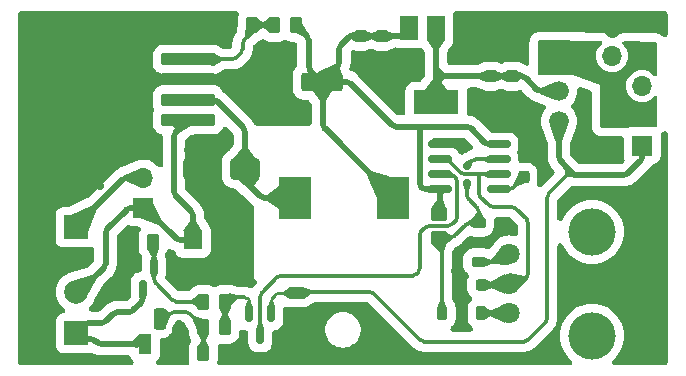
<source format=gbr>
%TF.GenerationSoftware,KiCad,Pcbnew,7.0.8*%
%TF.CreationDate,2024-06-11T13:29:39+02:00*%
%TF.ProjectId,LED_Driver,4c45445f-4472-4697-9665-722e6b696361,rev?*%
%TF.SameCoordinates,Original*%
%TF.FileFunction,Copper,L1,Top*%
%TF.FilePolarity,Positive*%
%FSLAX46Y46*%
G04 Gerber Fmt 4.6, Leading zero omitted, Abs format (unit mm)*
G04 Created by KiCad (PCBNEW 7.0.8) date 2024-06-11 13:29:39*
%MOMM*%
%LPD*%
G01*
G04 APERTURE LIST*
G04 Aperture macros list*
%AMRoundRect*
0 Rectangle with rounded corners*
0 $1 Rounding radius*
0 $2 $3 $4 $5 $6 $7 $8 $9 X,Y pos of 4 corners*
0 Add a 4 corners polygon primitive as box body*
4,1,4,$2,$3,$4,$5,$6,$7,$8,$9,$2,$3,0*
0 Add four circle primitives for the rounded corners*
1,1,$1+$1,$2,$3*
1,1,$1+$1,$4,$5*
1,1,$1+$1,$6,$7*
1,1,$1+$1,$8,$9*
0 Add four rect primitives between the rounded corners*
20,1,$1+$1,$2,$3,$4,$5,0*
20,1,$1+$1,$4,$5,$6,$7,0*
20,1,$1+$1,$6,$7,$8,$9,0*
20,1,$1+$1,$8,$9,$2,$3,0*%
G04 Aperture macros list end*
%TA.AperFunction,SMDPad,CuDef*%
%ADD10R,2.700000X3.600000*%
%TD*%
%TA.AperFunction,ComponentPad*%
%ADD11R,2.000000X2.000000*%
%TD*%
%TA.AperFunction,ComponentPad*%
%ADD12C,2.000000*%
%TD*%
%TA.AperFunction,ComponentPad*%
%ADD13C,1.676400*%
%TD*%
%TA.AperFunction,SMDPad,CuDef*%
%ADD14RoundRect,0.250000X0.262500X0.450000X-0.262500X0.450000X-0.262500X-0.450000X0.262500X-0.450000X0*%
%TD*%
%TA.AperFunction,ComponentPad*%
%ADD15R,1.100000X1.800000*%
%TD*%
%TA.AperFunction,ComponentPad*%
%ADD16RoundRect,0.275000X-0.275000X-0.625000X0.275000X-0.625000X0.275000X0.625000X-0.275000X0.625000X0*%
%TD*%
%TA.AperFunction,SMDPad,CuDef*%
%ADD17RoundRect,0.150000X-0.150000X0.587500X-0.150000X-0.587500X0.150000X-0.587500X0.150000X0.587500X0*%
%TD*%
%TA.AperFunction,SMDPad,CuDef*%
%ADD18RoundRect,0.250000X-0.450000X0.262500X-0.450000X-0.262500X0.450000X-0.262500X0.450000X0.262500X0*%
%TD*%
%TA.AperFunction,SMDPad,CuDef*%
%ADD19RoundRect,0.250000X1.500000X0.550000X-1.500000X0.550000X-1.500000X-0.550000X1.500000X-0.550000X0*%
%TD*%
%TA.AperFunction,ComponentPad*%
%ADD20R,1.600000X1.600000*%
%TD*%
%TA.AperFunction,ComponentPad*%
%ADD21C,1.600000*%
%TD*%
%TA.AperFunction,SMDPad,CuDef*%
%ADD22RoundRect,0.237500X0.237500X-0.300000X0.237500X0.300000X-0.237500X0.300000X-0.237500X-0.300000X0*%
%TD*%
%TA.AperFunction,SMDPad,CuDef*%
%ADD23RoundRect,0.237500X-0.237500X0.300000X-0.237500X-0.300000X0.237500X-0.300000X0.237500X0.300000X0*%
%TD*%
%TA.AperFunction,SMDPad,CuDef*%
%ADD24RoundRect,0.250000X-0.262500X-0.450000X0.262500X-0.450000X0.262500X0.450000X-0.262500X0.450000X0*%
%TD*%
%TA.AperFunction,ComponentPad*%
%ADD25R,1.700000X1.700000*%
%TD*%
%TA.AperFunction,ComponentPad*%
%ADD26O,1.700000X1.700000*%
%TD*%
%TA.AperFunction,SMDPad,CuDef*%
%ADD27R,1.500000X2.000000*%
%TD*%
%TA.AperFunction,SMDPad,CuDef*%
%ADD28R,3.800000X2.000000*%
%TD*%
%TA.AperFunction,SMDPad,CuDef*%
%ADD29RoundRect,0.237500X0.300000X0.237500X-0.300000X0.237500X-0.300000X-0.237500X0.300000X-0.237500X0*%
%TD*%
%TA.AperFunction,SMDPad,CuDef*%
%ADD30RoundRect,0.250000X1.000000X0.650000X-1.000000X0.650000X-1.000000X-0.650000X1.000000X-0.650000X0*%
%TD*%
%TA.AperFunction,SMDPad,CuDef*%
%ADD31RoundRect,0.225000X-0.375000X0.225000X-0.375000X-0.225000X0.375000X-0.225000X0.375000X0.225000X0*%
%TD*%
%TA.AperFunction,SMDPad,CuDef*%
%ADD32RoundRect,0.150000X-0.825000X-0.150000X0.825000X-0.150000X0.825000X0.150000X-0.825000X0.150000X0*%
%TD*%
%TA.AperFunction,SMDPad,CuDef*%
%ADD33RoundRect,0.225000X0.225000X0.375000X-0.225000X0.375000X-0.225000X-0.375000X0.225000X-0.375000X0*%
%TD*%
%TA.AperFunction,SMDPad,CuDef*%
%ADD34RoundRect,0.250000X2.050000X0.300000X-2.050000X0.300000X-2.050000X-0.300000X2.050000X-0.300000X0*%
%TD*%
%TA.AperFunction,SMDPad,CuDef*%
%ADD35RoundRect,0.250000X2.025000X2.375000X-2.025000X2.375000X-2.025000X-2.375000X2.025000X-2.375000X0*%
%TD*%
%TA.AperFunction,SMDPad,CuDef*%
%ADD36RoundRect,0.250002X4.449998X5.149998X-4.449998X5.149998X-4.449998X-5.149998X4.449998X-5.149998X0*%
%TD*%
%TA.AperFunction,SMDPad,CuDef*%
%ADD37RoundRect,0.250000X-0.450000X0.350000X-0.450000X-0.350000X0.450000X-0.350000X0.450000X0.350000X0*%
%TD*%
%TA.AperFunction,WasherPad*%
%ADD38C,4.000000*%
%TD*%
%TA.AperFunction,ComponentPad*%
%ADD39C,1.800000*%
%TD*%
%TA.AperFunction,ViaPad*%
%ADD40C,0.700000*%
%TD*%
%TA.AperFunction,Conductor*%
%ADD41C,0.500000*%
%TD*%
%TA.AperFunction,Conductor*%
%ADD42C,0.300000*%
%TD*%
%TA.AperFunction,Conductor*%
%ADD43C,0.250000*%
%TD*%
G04 APERTURE END LIST*
D10*
%TO.P,L1,1*%
%TO.N,/OUT*%
X123450000Y-115800000D03*
%TO.P,L1,2*%
%TO.N,+5V*%
X131750000Y-115800000D03*
%TD*%
D11*
%TO.P,LOAD,1,Pin_1*%
%TO.N,LOAD_OUT*%
X104900000Y-127300000D03*
D12*
%TO.P,LOAD,2,Pin_2*%
%TO.N,VDC*%
X104900000Y-123800000D03*
%TD*%
D13*
%TO.P,SW2,1,A*%
%TO.N,ESP-01_EN*%
X145800000Y-104260000D03*
%TO.P,SW2,2,B*%
%TO.N,+3.3V*%
X145800000Y-106800000D03*
%TO.P,SW2,3,C*%
%TO.N,ESP-01_GPIO1*%
X145800000Y-109340000D03*
%TD*%
D14*
%TO.P,R4,1*%
%TO.N,Net-(Q1-G)*%
X111412500Y-119600000D03*
%TO.P,R4,2*%
%TO.N,GND*%
X109587500Y-119600000D03*
%TD*%
D15*
%TO.P,Q2,1,C*%
%TO.N,LOAD_OUT*%
X110730000Y-128160000D03*
D16*
%TO.P,Q2,2,B*%
%TO.N,Net-(Q2-B)*%
X112000000Y-126090000D03*
%TO.P,Q2,3,E*%
%TO.N,GND*%
X113270000Y-128160000D03*
%TD*%
D14*
%TO.P,R6,1*%
%TO.N,Net-(Q3-S)*%
X117512500Y-126800000D03*
%TO.P,R6,2*%
%TO.N,Net-(Q2-B)*%
X115687500Y-126800000D03*
%TD*%
D17*
%TO.P,Q1,1,D*%
%TO.N,LOAD_OUT*%
X110550000Y-123537500D03*
%TO.P,Q1,2,G*%
%TO.N,Net-(Q1-G)*%
X111500000Y-121662500D03*
%TO.P,Q1,3,S*%
%TO.N,GND*%
X109600000Y-121662500D03*
%TD*%
D18*
%TO.P,R8,1*%
%TO.N,ESP-01_GPIO1*%
X123600000Y-123887500D03*
%TO.P,R8,2*%
%TO.N,GND*%
X123600000Y-125712500D03*
%TD*%
D19*
%TO.P,C2,1*%
%TO.N,+5V*%
X125700000Y-106000000D03*
%TO.P,C2,2*%
%TO.N,GND*%
X120300000Y-106000000D03*
%TD*%
D20*
%TO.P,C1,1*%
%TO.N,VDC*%
X114797349Y-119400000D03*
D21*
%TO.P,C1,2*%
%TO.N,GND*%
X118597349Y-119400000D03*
%TD*%
D22*
%TO.P,C4,1*%
%TO.N,Net-(U2-CV)*%
X142800000Y-114062500D03*
%TO.P,C4,2*%
%TO.N,GND*%
X142800000Y-112337500D03*
%TD*%
D14*
%TO.P,R5,1*%
%TO.N,+5V*%
X123512500Y-101200000D03*
%TO.P,R5,2*%
%TO.N,/FB*%
X121687500Y-101200000D03*
%TD*%
D23*
%TO.P,C7,1*%
%TO.N,+5V*%
X130800000Y-102137500D03*
%TO.P,C7,2*%
%TO.N,GND*%
X130800000Y-103862500D03*
%TD*%
D24*
%TO.P,R1,1*%
%TO.N,GND*%
X117975000Y-101200000D03*
%TO.P,R1,2*%
%TO.N,/FB*%
X119800000Y-101200000D03*
%TD*%
D25*
%TO.P,SW1,1,A*%
%TO.N,VDC*%
X110600000Y-116675000D03*
D26*
%TO.P,SW1,2,B*%
%TO.N,Net-(J1-Pin_1)*%
X110600000Y-114135000D03*
%TD*%
D27*
%TO.P,U3,1,GND*%
%TO.N,GND*%
X137700000Y-101450000D03*
%TO.P,U3,2,VO*%
%TO.N,+3.3V*%
X135400000Y-101450000D03*
D28*
X135400000Y-107750000D03*
D27*
%TO.P,U3,3,VI*%
%TO.N,+5V*%
X133100000Y-101450000D03*
%TD*%
D29*
%TO.P,C5,1*%
%TO.N,Net-(U2-THR)*%
X139262500Y-123200000D03*
%TO.P,C5,2*%
%TO.N,GND*%
X137537500Y-123200000D03*
%TD*%
D30*
%TO.P,D1,1,K*%
%TO.N,/OUT*%
X119200000Y-113400000D03*
%TO.P,D1,2,A*%
%TO.N,GND*%
X115200000Y-113400000D03*
%TD*%
D31*
%TO.P,D3,1,K*%
%TO.N,Net-(D2-A)*%
X139000000Y-117950000D03*
%TO.P,D3,2,A*%
%TO.N,Net-(D3-A)*%
X139000000Y-121250000D03*
%TD*%
D25*
%TO.P,U4,1,UTXD*%
%TO.N,ESP-01_GPIO1*%
X152840000Y-111420000D03*
D26*
%TO.P,U4,2,GND*%
%TO.N,GND*%
X150300000Y-111420000D03*
%TO.P,U4,3,CH_PD*%
%TO.N,ESP-01_EN*%
X152840000Y-108880000D03*
%TO.P,U4,4,GPIO2*%
X150300000Y-108880000D03*
%TO.P,U4,5,RST*%
%TO.N,unconnected-(U4-RST-Pad5)*%
X152840000Y-106340000D03*
%TO.P,U4,6,GPIO0*%
%TO.N,ESP-01_EN*%
X150300000Y-106340000D03*
%TO.P,U4,7,VCC*%
X152840000Y-103800000D03*
%TO.P,U4,8,URXD*%
%TO.N,unconnected-(U4-URXD-Pad8)*%
X150300000Y-103800000D03*
%TD*%
D32*
%TO.P,U2,1,GND*%
%TO.N,GND*%
X135725000Y-111295000D03*
%TO.P,U2,2,TR*%
%TO.N,Net-(U2-THR)*%
X135725000Y-112565000D03*
%TO.P,U2,3,Q*%
%TO.N,PWM*%
X135725000Y-113835000D03*
%TO.P,U2,4,R*%
%TO.N,+5V*%
X135725000Y-115105000D03*
%TO.P,U2,5,CV*%
%TO.N,Net-(U2-CV)*%
X140675000Y-115105000D03*
%TO.P,U2,6,THR*%
%TO.N,Net-(U2-THR)*%
X140675000Y-113835000D03*
%TO.P,U2,7,DIS*%
%TO.N,Net-(D2-A)*%
X140675000Y-112565000D03*
%TO.P,U2,8,VCC*%
%TO.N,+5V*%
X140675000Y-111295000D03*
%TD*%
D22*
%TO.P,C8,1*%
%TO.N,+3.3V*%
X140000000Y-105525000D03*
%TO.P,C8,2*%
%TO.N,GND*%
X140000000Y-103800000D03*
%TD*%
D23*
%TO.P,C6,1*%
%TO.N,+5V*%
X129000000Y-102137500D03*
%TO.P,C6,2*%
%TO.N,GND*%
X129000000Y-103862500D03*
%TD*%
D17*
%TO.P,Q3,1,D*%
%TO.N,PWM*%
X120500000Y-127475000D03*
%TO.P,Q3,2,G*%
%TO.N,ESP-01_GPIO1*%
X121450000Y-125600000D03*
%TO.P,Q3,3,S*%
%TO.N,Net-(Q3-S)*%
X119550000Y-125600000D03*
%TD*%
D22*
%TO.P,C9,1*%
%TO.N,+3.3V*%
X141800000Y-105525000D03*
%TO.P,C9,2*%
%TO.N,GND*%
X141800000Y-103800000D03*
%TD*%
D11*
%TO.P,PWR,1,Pin_1*%
%TO.N,Net-(J1-Pin_1)*%
X104880000Y-118317500D03*
D12*
%TO.P,PWR,2,Pin_2*%
%TO.N,GND*%
X104880000Y-114817500D03*
%TD*%
D24*
%TO.P,R7,1*%
%TO.N,Net-(Q2-B)*%
X115687500Y-129000000D03*
%TO.P,R7,2*%
%TO.N,GND*%
X117512500Y-129000000D03*
%TD*%
D33*
%TO.P,D2,1,K*%
%TO.N,Net-(D2-K)*%
X139200000Y-125600000D03*
%TO.P,D2,2,A*%
%TO.N,Net-(D2-A)*%
X135900000Y-125600000D03*
%TD*%
D34*
%TO.P,U1,1,VIN*%
%TO.N,VDC*%
X114400000Y-109200000D03*
%TO.P,U1,2,OUT*%
%TO.N,/OUT*%
X114400000Y-107500000D03*
%TO.P,U1,3,GND*%
%TO.N,GND*%
X114400000Y-105800000D03*
D35*
X107675000Y-108575000D03*
X107675000Y-103025000D03*
D36*
X105250000Y-105800000D03*
D35*
X102825000Y-108575000D03*
X102825000Y-103025000D03*
D34*
%TO.P,U1,4,FB*%
%TO.N,/FB*%
X114400000Y-104100000D03*
%TO.P,U1,5,~{ON}/OFF*%
%TO.N,GND*%
X114400000Y-102400000D03*
%TD*%
D37*
%TO.P,R2,1*%
%TO.N,+5V*%
X135600000Y-117200000D03*
%TO.P,R2,2*%
%TO.N,Net-(D2-A)*%
X135600000Y-119200000D03*
%TD*%
D38*
%TO.P,RV1,*%
%TO.N,*%
X148600000Y-118700000D03*
X148600000Y-127500000D03*
D39*
%TO.P,RV1,1,1*%
%TO.N,Net-(D2-K)*%
X141600000Y-125600000D03*
%TO.P,RV1,2,2*%
%TO.N,Net-(U2-THR)*%
X141600000Y-123100000D03*
%TO.P,RV1,3,3*%
%TO.N,Net-(D3-A)*%
X141600000Y-120600000D03*
%TD*%
D14*
%TO.P,R3,1*%
%TO.N,Net-(Q3-S)*%
X117512500Y-124600000D03*
%TO.P,R3,2*%
%TO.N,Net-(Q1-G)*%
X115687500Y-124600000D03*
%TD*%
D40*
%TO.N,GND*%
X109200000Y-100800000D03*
X105200000Y-105200000D03*
X102200000Y-114500000D03*
X102200000Y-117100000D03*
X101200000Y-107600000D03*
X109200000Y-107600000D03*
X109100000Y-123900000D03*
X141300000Y-118300000D03*
X107700000Y-123900000D03*
X106900000Y-114800000D03*
X105200000Y-107600000D03*
X117400000Y-120900000D03*
X110900000Y-105800000D03*
X101200000Y-100800000D03*
X105200000Y-102800000D03*
X130800000Y-105000000D03*
X102200000Y-124900000D03*
X102200000Y-115800000D03*
X109200000Y-105200000D03*
X102600000Y-111800000D03*
X114400000Y-111800000D03*
X112200000Y-101000000D03*
X102200000Y-126200000D03*
X118600000Y-117900000D03*
X102200000Y-128800000D03*
X107200000Y-110000000D03*
X102200000Y-118400000D03*
X142200000Y-102600000D03*
X124000000Y-127000000D03*
X137000000Y-122000000D03*
X103200000Y-110000000D03*
X102200000Y-119700000D03*
X107200000Y-107600000D03*
X103200000Y-102800000D03*
X118600000Y-121000000D03*
X139800000Y-108400000D03*
X101200000Y-110000000D03*
X106600000Y-111800000D03*
X117400000Y-102625000D03*
X102200000Y-126200000D03*
X120200000Y-104400000D03*
X107200000Y-105200000D03*
X148240000Y-112400000D03*
X122400000Y-104400000D03*
X140200000Y-102600000D03*
X102200000Y-123600000D03*
X122500000Y-107600000D03*
X105200000Y-110000000D03*
X106700000Y-113700000D03*
X117400000Y-118000000D03*
X121300000Y-104400000D03*
X118800000Y-129200000D03*
X142300000Y-108400000D03*
X102200000Y-127500000D03*
X103200000Y-107600000D03*
X139200000Y-100600000D03*
X100600000Y-111800000D03*
X104600000Y-111800000D03*
X109200000Y-102800000D03*
X103200000Y-100800000D03*
X108700000Y-121100000D03*
X137400000Y-111295000D03*
X121400000Y-107600000D03*
X101600000Y-111800000D03*
X142800000Y-111200000D03*
X139200000Y-102600000D03*
X120300000Y-107600000D03*
X105600000Y-111800000D03*
X105200000Y-100800000D03*
X103200000Y-105200000D03*
X123000000Y-127000000D03*
X148240000Y-110400000D03*
X129000000Y-105000000D03*
X117600000Y-106600000D03*
X101200000Y-102800000D03*
X102200000Y-121000000D03*
X116000000Y-116100000D03*
X141200000Y-102600000D03*
X110900000Y-102400000D03*
X107200000Y-102800000D03*
X113600000Y-126500000D03*
X117600000Y-105400000D03*
X108600000Y-111800000D03*
X101200000Y-105200000D03*
X141100000Y-108400000D03*
X107200000Y-100800000D03*
X139200000Y-101600000D03*
X103600000Y-111800000D03*
X123500000Y-127900000D03*
X109200000Y-110000000D03*
X107600000Y-111800000D03*
X148240000Y-111400000D03*
%TO.N,Net-(D2-A)*%
X138000000Y-113135500D03*
X137996773Y-114534500D03*
%TD*%
D41*
%TO.N,VDC*%
X113707107Y-119400000D02*
X114797349Y-119400000D01*
X113346447Y-110253553D02*
X114400000Y-109200000D01*
X114797349Y-119400000D02*
X114797349Y-117304456D01*
X107400000Y-118807107D02*
X107400000Y-121392893D01*
X109532107Y-116675000D02*
X110600000Y-116675000D01*
X104992893Y-123800000D02*
X104900000Y-123800000D01*
X107253553Y-121746447D02*
X105346446Y-123653554D01*
X109178553Y-116821447D02*
X107546446Y-118453554D01*
X110600000Y-116675000D02*
X110775000Y-116675000D01*
X110775000Y-116675000D02*
X113353554Y-119253554D01*
X114650902Y-116950902D02*
X113346446Y-115646446D01*
X113200000Y-115292893D02*
X113200000Y-110607107D01*
X107546443Y-118453551D02*
G75*
G03*
X107400000Y-118807107I353557J-353549D01*
G01*
X113346444Y-110253550D02*
G75*
G03*
X113200000Y-110607107I353556J-353550D01*
G01*
X114797395Y-117304456D02*
G75*
G03*
X114650902Y-116950902I-499995J-44D01*
G01*
X104992893Y-123799995D02*
G75*
G03*
X105346446Y-123653554I7J499995D01*
G01*
X107253556Y-121746450D02*
G75*
G03*
X107400000Y-121392893I-353556J353550D01*
G01*
X109532107Y-116675005D02*
G75*
G03*
X109178553Y-116821447I-7J-499995D01*
G01*
X113353551Y-119253557D02*
G75*
G03*
X113707107Y-119400000I353549J353557D01*
G01*
X113200005Y-115292893D02*
G75*
G03*
X113346446Y-115646446I499995J-7D01*
G01*
%TO.N,GND*%
X113600000Y-126500000D02*
X113270000Y-126830000D01*
D42*
X114400000Y-111800000D02*
X114400000Y-112600000D01*
X129000000Y-105000000D02*
X129000000Y-103862500D01*
D41*
X113270000Y-126830000D02*
X113270000Y-127760000D01*
D42*
X117400000Y-102625000D02*
X117975000Y-102050000D01*
X120300000Y-106000000D02*
X118800000Y-106000000D01*
D43*
X117712500Y-129200000D02*
X117512500Y-129000000D01*
D42*
X114400000Y-112600000D02*
X115200000Y-113400000D01*
X137537500Y-122537500D02*
X137000000Y-122000000D01*
X137400000Y-111295000D02*
X135725000Y-111295000D01*
D43*
X123600000Y-126400000D02*
X123000000Y-127000000D01*
X123600000Y-125712500D02*
X123600000Y-126400000D01*
X123600000Y-125712500D02*
X123600000Y-126600000D01*
D42*
X130800000Y-105000000D02*
X130800000Y-103862500D01*
X117975000Y-102050000D02*
X117975000Y-101200000D01*
D43*
X118800000Y-129200000D02*
X117712500Y-129200000D01*
X123600000Y-126600000D02*
X124000000Y-127000000D01*
D42*
X117512500Y-129000000D02*
X117800000Y-129000000D01*
X142800000Y-112337500D02*
X142800000Y-111200000D01*
X137537500Y-123200000D02*
X137537500Y-122537500D01*
D41*
%TO.N,+5V*%
X124453553Y-102141053D02*
X123512500Y-101200000D01*
X131750000Y-115750000D02*
X131750000Y-115800000D01*
X139902107Y-111295000D02*
X140675000Y-111295000D01*
X130800000Y-102137500D02*
X132205393Y-102137500D01*
X129000000Y-102137500D02*
X130800000Y-102137500D01*
X125700000Y-106000000D02*
X124746446Y-105046446D01*
X134158553Y-114958553D02*
X134146446Y-114946446D01*
X125946447Y-109946447D02*
X131750000Y-115750000D01*
X124600000Y-104692893D02*
X124600000Y-102494607D01*
X125700000Y-106000000D02*
X125800000Y-106100000D01*
X134000000Y-114592893D02*
X134000000Y-109800000D01*
X135725000Y-115105000D02*
X135725000Y-117075000D01*
X127200000Y-104292893D02*
X127200000Y-103207107D01*
X135725000Y-115105000D02*
X134512107Y-115105000D01*
X133800000Y-109800000D02*
X132007107Y-109800000D01*
X135725000Y-117075000D02*
X135600000Y-117200000D01*
X134000000Y-109800000D02*
X137992893Y-109800000D01*
X132558947Y-101991053D02*
X133100000Y-101450000D01*
X131653553Y-109653553D02*
X128146446Y-106146446D01*
X138346447Y-109946447D02*
X139548554Y-111148554D01*
X125700000Y-106000000D02*
X127053554Y-104646446D01*
X127346447Y-102853553D02*
X127916054Y-102283946D01*
X127792893Y-106000000D02*
X125700000Y-106000000D01*
X133800000Y-109800000D02*
X134000000Y-109800000D01*
X125800000Y-106100000D02*
X125800000Y-109592893D01*
X128269607Y-102137500D02*
X129000000Y-102137500D01*
X138346450Y-109946444D02*
G75*
G03*
X137992893Y-109800000I-353550J-353556D01*
G01*
X127053557Y-104646449D02*
G75*
G03*
X127200000Y-104292893I-353557J353549D01*
G01*
X124599995Y-102494607D02*
G75*
G03*
X124453553Y-102141053I-499995J7D01*
G01*
X128146449Y-106146443D02*
G75*
G03*
X127792893Y-106000000I-353549J-353557D01*
G01*
X127346444Y-102853550D02*
G75*
G03*
X127200000Y-103207107I353556J-353550D01*
G01*
X134158550Y-114958556D02*
G75*
G03*
X134512107Y-115105000I353550J353556D01*
G01*
X125800005Y-109592893D02*
G75*
G03*
X125946447Y-109946447I499995J-7D01*
G01*
X131653550Y-109653556D02*
G75*
G03*
X132007107Y-109800000I353550J353556D01*
G01*
X134000005Y-114592893D02*
G75*
G03*
X134146446Y-114946446I499995J-7D01*
G01*
X128269607Y-102137505D02*
G75*
G03*
X127916054Y-102283946I-7J-499995D01*
G01*
X124600005Y-104692893D02*
G75*
G03*
X124746446Y-105046446I499995J-7D01*
G01*
X132205393Y-102137495D02*
G75*
G03*
X132558947Y-101991053I7J499995D01*
G01*
X139548551Y-111148557D02*
G75*
G03*
X139902107Y-111295000I353549J353557D01*
G01*
D42*
%TO.N,/FB*%
X119000000Y-102807107D02*
X119000000Y-103192893D01*
X119800000Y-101200000D02*
X119800000Y-101592893D01*
X119653553Y-101946447D02*
X119146446Y-102453554D01*
X118092893Y-104100000D02*
X114400000Y-104100000D01*
X118853553Y-103546447D02*
X118446446Y-103953554D01*
X121687500Y-101200000D02*
X119800000Y-101200000D01*
X119146443Y-102453551D02*
G75*
G03*
X119000000Y-102807107I353557J-353549D01*
G01*
X118853556Y-103546450D02*
G75*
G03*
X119000000Y-103192893I-353556J353550D01*
G01*
X119653556Y-101946450D02*
G75*
G03*
X119800000Y-101592893I-353556J353550D01*
G01*
X118092893Y-104099995D02*
G75*
G03*
X118446446Y-103953554I7J499995D01*
G01*
%TO.N,Net-(U2-CV)*%
X141903947Y-114958553D02*
X142800000Y-114062500D01*
X140780000Y-115000000D02*
X140675000Y-115105000D01*
X140675000Y-115105000D02*
X141550393Y-115105000D01*
X141550393Y-115104995D02*
G75*
G03*
X141903947Y-114958553I7J499995D01*
G01*
%TO.N,Net-(U2-THR)*%
X139000000Y-115392893D02*
X139000000Y-113835000D01*
X139262500Y-123200000D02*
X141500000Y-123200000D01*
X141792893Y-116600000D02*
X140207107Y-116600000D01*
X143053553Y-117653553D02*
X142146446Y-116746446D01*
X143200000Y-122192893D02*
X143200000Y-118007107D01*
X141500000Y-123200000D02*
X141600000Y-123100000D01*
X142646447Y-122953553D02*
X143053554Y-122546446D01*
X139853553Y-116453553D02*
X139146446Y-115746446D01*
X136157893Y-112565000D02*
X135725000Y-112565000D01*
X139000000Y-113835000D02*
X137842107Y-113835000D01*
X140675000Y-113835000D02*
X139000000Y-113835000D01*
X140840000Y-114000000D02*
X140675000Y-113835000D01*
X137488553Y-113688553D02*
X136511446Y-112711446D01*
X141600000Y-123100000D02*
X142292893Y-123100000D01*
X143199995Y-118007107D02*
G75*
G03*
X143053553Y-117653553I-499995J7D01*
G01*
X136511449Y-112711443D02*
G75*
G03*
X136157893Y-112565000I-353549J-353557D01*
G01*
X139853550Y-116453556D02*
G75*
G03*
X140207107Y-116600000I353550J353556D01*
G01*
X142292893Y-123099995D02*
G75*
G03*
X142646447Y-122953553I7J499995D01*
G01*
X139000005Y-115392893D02*
G75*
G03*
X139146446Y-115746446I499995J-7D01*
G01*
X142146449Y-116746443D02*
G75*
G03*
X141792893Y-116600000I-353549J-353557D01*
G01*
X137488550Y-113688556D02*
G75*
G03*
X137842107Y-113835000I353550J353556D01*
G01*
X143053557Y-122546449D02*
G75*
G03*
X143200000Y-122192893I-353557J353549D01*
G01*
D41*
%TO.N,+3.3V*%
X142617893Y-105525000D02*
X141800000Y-105525000D01*
X140000000Y-105525000D02*
X141800000Y-105525000D01*
X136000000Y-105525000D02*
X135425000Y-105525000D01*
X135400000Y-105100000D02*
X135400000Y-105500000D01*
X140000000Y-105525000D02*
X136000000Y-105525000D01*
X135425000Y-105525000D02*
X135400000Y-105500000D01*
X143953553Y-106653553D02*
X142971446Y-105671446D01*
X145800000Y-106800000D02*
X144307107Y-106800000D01*
X136000000Y-105525000D02*
X135425000Y-106100000D01*
X135400000Y-104925000D02*
X135400000Y-104800000D01*
X136000000Y-105525000D02*
X135400000Y-104925000D01*
X135400000Y-105800000D02*
X135400000Y-107750000D01*
X135425000Y-106100000D02*
X135400000Y-106100000D01*
X135400000Y-105500000D02*
X135400000Y-105800000D01*
X135400000Y-106100000D02*
X135400000Y-105800000D01*
X135400000Y-101450000D02*
X135400000Y-105100000D01*
X143953550Y-106653556D02*
G75*
G03*
X144307107Y-106800000I353550J353556D01*
G01*
X142971449Y-105671443D02*
G75*
G03*
X142617893Y-105525000I-353549J-353557D01*
G01*
%TO.N,/OUT*%
X120807107Y-115800000D02*
X123450000Y-115800000D01*
X119200000Y-113400000D02*
X119200000Y-114192893D01*
X119346447Y-114546447D02*
X120453554Y-115653554D01*
X114400000Y-107500000D02*
X116492893Y-107500000D01*
X116846447Y-107646447D02*
X119053554Y-109853554D01*
X119200000Y-110207107D02*
X119200000Y-113400000D01*
X119200005Y-114192893D02*
G75*
G03*
X119346447Y-114546447I499995J-7D01*
G01*
X116846450Y-107646444D02*
G75*
G03*
X116492893Y-107500000I-353550J-353556D01*
G01*
X119199995Y-110207107D02*
G75*
G03*
X119053554Y-109853554I-499995J7D01*
G01*
X120453551Y-115653557D02*
G75*
G03*
X120807107Y-115800000I353549J353557D01*
G01*
D42*
%TO.N,Net-(D2-K)*%
X139200000Y-125600000D02*
X141600000Y-125600000D01*
%TO.N,Net-(D2-A)*%
X137996773Y-114447883D02*
X137977767Y-114428877D01*
X138143220Y-115943220D02*
X138853554Y-116653554D01*
X137996773Y-114534500D02*
X137996773Y-114447883D01*
X136946447Y-119053553D02*
X137903554Y-118096446D01*
X138777607Y-112565000D02*
X140675000Y-112565000D01*
X135600000Y-119200000D02*
X136592893Y-119200000D01*
X137996773Y-114534500D02*
X137996773Y-115589666D01*
X135753553Y-119353553D02*
X135600000Y-119200000D01*
X135900000Y-125600000D02*
X135900000Y-119707107D01*
X139000000Y-117007107D02*
X139000000Y-117950000D01*
X138257107Y-117950000D02*
X139000000Y-117950000D01*
X138000000Y-113135500D02*
X138424054Y-112711446D01*
X138999995Y-117007107D02*
G75*
G03*
X138853554Y-116653554I-499995J7D01*
G01*
X136592893Y-119199995D02*
G75*
G03*
X136946447Y-119053553I7J499995D01*
G01*
X138257107Y-117950005D02*
G75*
G03*
X137903554Y-118096446I-7J-499995D01*
G01*
X137996805Y-115589666D02*
G75*
G03*
X138143220Y-115943220I499995J-34D01*
G01*
X138777607Y-112565005D02*
G75*
G03*
X138424054Y-112711446I-7J-499995D01*
G01*
X135899995Y-119707107D02*
G75*
G03*
X135753553Y-119353553I-499995J7D01*
G01*
%TO.N,Net-(D3-A)*%
X139000000Y-121250000D02*
X140950000Y-121250000D01*
X140950000Y-121250000D02*
X141600000Y-120600000D01*
D41*
%TO.N,Net-(J1-Pin_1)*%
X111000000Y-114135000D02*
X110372107Y-114135000D01*
X104880000Y-118317500D02*
X104880000Y-118220000D01*
X104880000Y-118220000D02*
X108818554Y-114281446D01*
X109172107Y-114135000D02*
X110600000Y-114135000D01*
X109172107Y-114135005D02*
G75*
G03*
X108818554Y-114281446I-7J-499995D01*
G01*
%TO.N,LOAD_OUT*%
X105346447Y-127446447D02*
X105513554Y-127613554D01*
X110550000Y-123537500D02*
X110550000Y-124342893D01*
X108053553Y-125646447D02*
X107446446Y-126253554D01*
X110403553Y-124696447D02*
X109746446Y-125353554D01*
X109392893Y-125500000D02*
X108407107Y-125500000D01*
X105653553Y-126546447D02*
X104900000Y-127300000D01*
X107092893Y-126400000D02*
X106007107Y-126400000D01*
X106152893Y-127760000D02*
X105867107Y-127760000D01*
X104900000Y-127300000D02*
X104992893Y-127300000D01*
X110730000Y-127760000D02*
X110436446Y-128053554D01*
X110082893Y-128200000D02*
X107007107Y-128200000D01*
X106653553Y-128053553D02*
X106506446Y-127906446D01*
X109392893Y-125499995D02*
G75*
G03*
X109746446Y-125353554I7J499995D01*
G01*
X105346450Y-127446444D02*
G75*
G03*
X104992893Y-127300000I-353550J-353556D01*
G01*
X110403556Y-124696450D02*
G75*
G03*
X110550000Y-124342893I-353556J353550D01*
G01*
X106007107Y-126400005D02*
G75*
G03*
X105653553Y-126546447I-7J-499995D01*
G01*
X107092893Y-126399995D02*
G75*
G03*
X107446446Y-126253554I7J499995D01*
G01*
X106506449Y-127906443D02*
G75*
G03*
X106152893Y-127760000I-353549J-353557D01*
G01*
X108407107Y-125500005D02*
G75*
G03*
X108053553Y-125646447I-7J-499995D01*
G01*
X106653550Y-128053556D02*
G75*
G03*
X107007107Y-128200000I353550J353556D01*
G01*
X110082893Y-128199995D02*
G75*
G03*
X110436446Y-128053554I7J499995D01*
G01*
X105513551Y-127613557D02*
G75*
G03*
X105867107Y-127760000I353549J353557D01*
G01*
D42*
%TO.N,Net-(Q1-G)*%
X111500000Y-121662500D02*
X111500000Y-122692893D01*
X111500000Y-121662500D02*
X111500000Y-119687500D01*
X111500000Y-119687500D02*
X111412500Y-119600000D01*
X113407107Y-124600000D02*
X115687500Y-124600000D01*
X111646447Y-123046447D02*
X113053554Y-124453554D01*
X111500005Y-122692893D02*
G75*
G03*
X111646447Y-123046447I499995J-7D01*
G01*
X113053551Y-124453557D02*
G75*
G03*
X113407107Y-124600000I353549J353557D01*
G01*
%TO.N,PWM*%
X135725000Y-113835000D02*
X136557893Y-113835000D01*
X136392893Y-118200000D02*
X134807107Y-118200000D01*
X121953553Y-122546447D02*
X120646446Y-123853554D01*
X136911447Y-113981447D02*
X137053554Y-114123554D01*
X137053553Y-117746447D02*
X136746446Y-118053554D01*
X134453553Y-118346447D02*
X134146446Y-118653554D01*
X133392893Y-122400000D02*
X122307107Y-122400000D01*
X134000000Y-119007107D02*
X134000000Y-121792893D01*
X120500000Y-124207107D02*
X120500000Y-127475000D01*
X133853553Y-122146447D02*
X133746446Y-122253554D01*
X137200000Y-114477107D02*
X137200000Y-117392893D01*
X120646443Y-123853551D02*
G75*
G03*
X120500000Y-124207107I353557J-353549D01*
G01*
X136392893Y-118199995D02*
G75*
G03*
X136746446Y-118053554I7J499995D01*
G01*
X137053556Y-117746450D02*
G75*
G03*
X137200000Y-117392893I-353556J353550D01*
G01*
X134807107Y-118200005D02*
G75*
G03*
X134453553Y-118346447I-7J-499995D01*
G01*
X137199995Y-114477107D02*
G75*
G03*
X137053554Y-114123554I-499995J7D01*
G01*
X133853556Y-122146450D02*
G75*
G03*
X134000000Y-121792893I-353556J353550D01*
G01*
X122307107Y-122400005D02*
G75*
G03*
X121953553Y-122546447I-7J-499995D01*
G01*
X134146443Y-118653551D02*
G75*
G03*
X134000000Y-119007107I353557J-353549D01*
G01*
X136911450Y-113981444D02*
G75*
G03*
X136557893Y-113835000I-353550J-353556D01*
G01*
X133392893Y-122399995D02*
G75*
G03*
X133746446Y-122253554I7J499995D01*
G01*
%TO.N,ESP-01_GPIO1*%
X123687500Y-123800000D02*
X123600000Y-123887500D01*
D41*
X145800000Y-112392893D02*
X145800000Y-109340000D01*
D42*
X144653553Y-126346447D02*
X143146446Y-127853554D01*
D41*
X152840000Y-111420000D02*
X152840000Y-112352893D01*
D42*
X146500000Y-113900000D02*
X146500000Y-113300000D01*
D41*
X146800000Y-113600000D02*
X146500000Y-113300000D01*
X152693553Y-112706447D02*
X151646446Y-113753554D01*
X151292893Y-113900000D02*
X147100000Y-113900000D01*
D42*
X129792893Y-123800000D02*
X123687500Y-123800000D01*
X146500000Y-113900000D02*
X147100000Y-113900000D01*
D41*
X147100000Y-113900000D02*
X146800000Y-113600000D01*
D42*
X144800000Y-115807107D02*
X144800000Y-125992893D01*
X146400000Y-114000000D02*
X146500000Y-113900000D01*
X134053553Y-127853553D02*
X130146446Y-123946446D01*
D43*
X122119607Y-123887500D02*
X123600000Y-123887500D01*
X121450000Y-125600000D02*
X121450000Y-124557107D01*
D42*
X146400000Y-114000000D02*
X144946446Y-115453554D01*
D43*
X121596447Y-124203553D02*
X121766054Y-124033946D01*
D41*
X146500000Y-113300000D02*
X145946446Y-112746446D01*
D42*
X142792893Y-128000000D02*
X134407107Y-128000000D01*
X146400000Y-114000000D02*
X146800000Y-113600000D01*
D43*
X121596444Y-124203550D02*
G75*
G03*
X121450000Y-124557107I353556J-353550D01*
G01*
D41*
X151292893Y-113899995D02*
G75*
G03*
X151646446Y-113753554I7J499995D01*
G01*
D42*
X134053550Y-127853556D02*
G75*
G03*
X134407107Y-128000000I353550J353556D01*
G01*
D41*
X152693556Y-112706450D02*
G75*
G03*
X152840000Y-112352893I-353556J353550D01*
G01*
D42*
X144653556Y-126346450D02*
G75*
G03*
X144800000Y-125992893I-353556J353550D01*
G01*
X130146449Y-123946443D02*
G75*
G03*
X129792893Y-123800000I-353549J-353557D01*
G01*
X144946443Y-115453551D02*
G75*
G03*
X144800000Y-115807107I353557J-353549D01*
G01*
X142792893Y-127999995D02*
G75*
G03*
X143146446Y-127853554I7J499995D01*
G01*
D43*
X122119607Y-123887505D02*
G75*
G03*
X121766054Y-124033946I-7J-499995D01*
G01*
D41*
X145800005Y-112392893D02*
G75*
G03*
X145946446Y-112746446I499995J-7D01*
G01*
D42*
%TO.N,Net-(Q3-S)*%
X117512500Y-125600000D02*
X117512500Y-126800000D01*
X118119607Y-124200000D02*
X119092893Y-124200000D01*
D43*
X119550000Y-124450000D02*
X119446446Y-124346446D01*
D42*
X117512500Y-124600000D02*
X117766054Y-124346446D01*
D43*
X119550000Y-125600000D02*
X119550000Y-124450000D01*
D42*
X117512500Y-124600000D02*
X117512500Y-125600000D01*
X118119607Y-124200005D02*
G75*
G03*
X117766054Y-124346446I-7J-499995D01*
G01*
X119446449Y-124346443D02*
G75*
G03*
X119092893Y-124200000I-353549J-353557D01*
G01*
%TO.N,Net-(Q2-B)*%
X114192893Y-125500000D02*
X113197107Y-125500000D01*
X115687500Y-126800000D02*
X115687500Y-129000000D01*
X112843553Y-125646447D02*
X112000000Y-126490000D01*
X115687500Y-126787500D02*
X114546446Y-125646446D01*
X115687500Y-126800000D02*
X115687500Y-126787500D01*
X113197107Y-125500005D02*
G75*
G03*
X112843553Y-125646447I-7J-499995D01*
G01*
X114546449Y-125646443D02*
G75*
G03*
X114192893Y-125500000I-353549J-353557D01*
G01*
%TD*%
%TA.AperFunction,Conductor*%
%TO.N,/FB*%
G36*
X119300709Y-101095570D02*
G01*
X119738902Y-101186471D01*
X119794281Y-101197960D01*
X119801685Y-101202996D01*
X119802919Y-101205471D01*
X120048787Y-101892004D01*
X120048350Y-101900948D01*
X120044937Y-101905199D01*
X119440925Y-102373044D01*
X119432286Y-102375401D01*
X119425487Y-102372067D01*
X119224375Y-102170955D01*
X119220948Y-102162682D01*
X119220970Y-102161983D01*
X119286661Y-101106298D01*
X119290595Y-101098256D01*
X119299065Y-101095350D01*
X119300709Y-101095570D01*
G37*
%TD.AperFunction*%
%TD*%
%TA.AperFunction,Conductor*%
%TO.N,+3.3V*%
G36*
X142203161Y-105053584D02*
G01*
X142738943Y-105280331D01*
X142745226Y-105286711D01*
X142745684Y-105294134D01*
X142620206Y-105762437D01*
X142614755Y-105769541D01*
X142614535Y-105769665D01*
X142203014Y-105995565D01*
X142194113Y-105996542D01*
X142188389Y-105992791D01*
X141805270Y-105532237D01*
X141802614Y-105523686D01*
X141805283Y-105517257D01*
X142189622Y-105056861D01*
X142197554Y-105052707D01*
X142203161Y-105053584D01*
G37*
%TD.AperFunction*%
%TD*%
%TA.AperFunction,Conductor*%
%TO.N,Net-(Q1-G)*%
G36*
X111649995Y-120628427D02*
G01*
X111652755Y-120632806D01*
X111787027Y-121013194D01*
X111786676Y-121021861D01*
X111510682Y-121639591D01*
X111504179Y-121645746D01*
X111495227Y-121645500D01*
X111489318Y-121639591D01*
X111213323Y-121021861D01*
X111212972Y-121013194D01*
X111347245Y-120632806D01*
X111353230Y-120626145D01*
X111358278Y-120625000D01*
X111641722Y-120625000D01*
X111649995Y-120628427D01*
G37*
%TD.AperFunction*%
%TD*%
%TA.AperFunction,Conductor*%
%TO.N,Net-(U2-THR)*%
G36*
X140641953Y-113823878D02*
G01*
X140648753Y-113829705D01*
X140649442Y-113838633D01*
X140643615Y-113845433D01*
X140641953Y-113846122D01*
X139796375Y-114122347D01*
X139788848Y-114122258D01*
X139407806Y-113987755D01*
X139401145Y-113981770D01*
X139400000Y-113976722D01*
X139400000Y-113693277D01*
X139403427Y-113685004D01*
X139407803Y-113682245D01*
X139788849Y-113547740D01*
X139796375Y-113547652D01*
X140641953Y-113823878D01*
G37*
%TD.AperFunction*%
%TD*%
%TA.AperFunction,Conductor*%
%TO.N,Net-(D2-A)*%
G36*
X140641953Y-112553878D02*
G01*
X140648753Y-112559705D01*
X140649442Y-112568633D01*
X140643615Y-112575433D01*
X140641953Y-112576122D01*
X139796375Y-112852347D01*
X139788848Y-112852258D01*
X139407806Y-112717755D01*
X139401145Y-112711770D01*
X139400000Y-112706722D01*
X139400000Y-112423277D01*
X139403427Y-112415004D01*
X139407803Y-112412245D01*
X139788849Y-112277740D01*
X139796375Y-112277652D01*
X140641953Y-112553878D01*
G37*
%TD.AperFunction*%
%TD*%
%TA.AperFunction,Conductor*%
%TO.N,/OUT*%
G36*
X119208864Y-113406020D02*
G01*
X119208911Y-113406052D01*
X120367305Y-114220120D01*
X120372104Y-114227681D01*
X120370222Y-114236318D01*
X119971604Y-114816559D01*
X119970233Y-114818207D01*
X119625008Y-115163432D01*
X119616735Y-115166859D01*
X119609234Y-115164139D01*
X118582902Y-114306856D01*
X118578750Y-114298922D01*
X118580788Y-114291211D01*
X119192585Y-113408965D01*
X119200113Y-113404121D01*
X119208864Y-113406020D01*
G37*
%TD.AperFunction*%
%TD*%
%TA.AperFunction,Conductor*%
%TO.N,Net-(D2-K)*%
G36*
X139643146Y-125155203D02*
G01*
X140094645Y-125446544D01*
X140099737Y-125453908D01*
X140100000Y-125456374D01*
X140100000Y-125743625D01*
X140096573Y-125751898D01*
X140094644Y-125753456D01*
X139643147Y-126044795D01*
X139634337Y-126046401D01*
X139628401Y-126043106D01*
X139344360Y-125750000D01*
X139206889Y-125608141D01*
X139203593Y-125599816D01*
X139206890Y-125591858D01*
X139628403Y-125156892D01*
X139636619Y-125153336D01*
X139643146Y-125155203D01*
G37*
%TD.AperFunction*%
%TD*%
%TA.AperFunction,Conductor*%
%TO.N,VDC*%
G36*
X115049468Y-117803427D02*
G01*
X115050836Y-117805072D01*
X115591839Y-118591985D01*
X115593702Y-118600743D01*
X115590476Y-118606881D01*
X114805627Y-119392711D01*
X114797356Y-119396143D01*
X114789081Y-119392721D01*
X114789071Y-119392711D01*
X114004221Y-118606881D01*
X114000799Y-118598606D01*
X114002856Y-118591988D01*
X114543862Y-117805072D01*
X114551373Y-117800196D01*
X114553503Y-117800000D01*
X115041195Y-117800000D01*
X115049468Y-117803427D01*
G37*
%TD.AperFunction*%
%TD*%
%TA.AperFunction,Conductor*%
%TO.N,+5V*%
G36*
X134902658Y-114805975D02*
G01*
X135695721Y-115094014D01*
X135702326Y-115100058D01*
X135702723Y-115109004D01*
X135696678Y-115115610D01*
X135695720Y-115116007D01*
X134902665Y-115404031D01*
X134897186Y-115404639D01*
X134519474Y-115356304D01*
X134511703Y-115351855D01*
X134509260Y-115344562D01*
X134514956Y-114865171D01*
X134518481Y-114856940D01*
X134525145Y-114853709D01*
X134897156Y-114805370D01*
X134902658Y-114805975D01*
G37*
%TD.AperFunction*%
%TD*%
%TA.AperFunction,Conductor*%
%TO.N,+3.3V*%
G36*
X140402783Y-105053207D02*
G01*
X140942695Y-105272039D01*
X140949075Y-105278322D01*
X140950000Y-105282882D01*
X140950000Y-105767117D01*
X140946573Y-105775390D01*
X140942695Y-105777960D01*
X140402784Y-105996791D01*
X140393829Y-105996723D01*
X140389401Y-105993439D01*
X140005243Y-105532491D01*
X140002579Y-105523941D01*
X140005243Y-105517509D01*
X140200783Y-105282882D01*
X140389402Y-105056559D01*
X140397330Y-105052399D01*
X140402783Y-105053207D01*
G37*
%TD.AperFunction*%
%TD*%
%TA.AperFunction,Conductor*%
%TO.N,+5V*%
G36*
X131202783Y-101665707D02*
G01*
X131742695Y-101884539D01*
X131749075Y-101890822D01*
X131750000Y-101895382D01*
X131750000Y-102379617D01*
X131746573Y-102387890D01*
X131742695Y-102390460D01*
X131202784Y-102609291D01*
X131193829Y-102609223D01*
X131189401Y-102605939D01*
X130805243Y-102144991D01*
X130802579Y-102136441D01*
X130805243Y-102130009D01*
X131000783Y-101895382D01*
X131189402Y-101669059D01*
X131197330Y-101664899D01*
X131202783Y-101665707D01*
G37*
%TD.AperFunction*%
%TD*%
%TA.AperFunction,Conductor*%
%TO.N,/FB*%
G36*
X120308184Y-100693104D02*
G01*
X120819948Y-101046511D01*
X120824809Y-101054031D01*
X120825000Y-101056138D01*
X120825000Y-101343861D01*
X120821573Y-101352134D01*
X120819948Y-101353488D01*
X120308185Y-101706894D01*
X120299430Y-101708776D01*
X120293171Y-101705446D01*
X119945654Y-101350000D01*
X119806995Y-101208178D01*
X119803663Y-101199868D01*
X119806995Y-101191821D01*
X120293173Y-100694552D01*
X120301405Y-100691033D01*
X120308184Y-100693104D01*
G37*
%TD.AperFunction*%
%TD*%
%TA.AperFunction,Conductor*%
%TO.N,LOAD_OUT*%
G36*
X110188135Y-127394396D02*
G01*
X110721276Y-127753451D01*
X110726223Y-127760914D01*
X110724444Y-127769691D01*
X110724432Y-127769710D01*
X110184494Y-128568057D01*
X110177020Y-128572990D01*
X110172179Y-128572904D01*
X109647077Y-128452088D01*
X109639782Y-128446893D01*
X109638000Y-128440686D01*
X109638000Y-127954728D01*
X109641285Y-127946599D01*
X109812158Y-127769710D01*
X110173186Y-127395971D01*
X110181398Y-127392403D01*
X110188135Y-127394396D01*
G37*
%TD.AperFunction*%
%TD*%
%TA.AperFunction,Conductor*%
%TO.N,Net-(Q2-B)*%
G36*
X115838639Y-127790927D02*
G01*
X115840767Y-127793843D01*
X116177265Y-128447137D01*
X116178007Y-128456061D01*
X116175549Y-128460334D01*
X115696185Y-128991378D01*
X115688098Y-128995223D01*
X115679660Y-128992223D01*
X115678815Y-128991378D01*
X115439069Y-128725785D01*
X115199449Y-128460332D01*
X115196450Y-128451896D01*
X115197734Y-128447137D01*
X115534233Y-127793841D01*
X115541067Y-127788057D01*
X115544634Y-127787500D01*
X115830366Y-127787500D01*
X115838639Y-127790927D01*
G37*
%TD.AperFunction*%
%TD*%
%TA.AperFunction,Conductor*%
%TO.N,VDC*%
G36*
X106259901Y-122391761D02*
G01*
X106262438Y-122393685D01*
X106604957Y-122736204D01*
X106608384Y-122744477D01*
X106606950Y-122750089D01*
X105828913Y-124173473D01*
X105821938Y-124179089D01*
X105814180Y-124178675D01*
X104903784Y-123802562D01*
X104897446Y-123796235D01*
X104897437Y-123796215D01*
X104522349Y-122888300D01*
X104522358Y-122879346D01*
X104528696Y-122873019D01*
X104529999Y-122872568D01*
X106251012Y-122390691D01*
X106259901Y-122391761D01*
G37*
%TD.AperFunction*%
%TD*%
%TA.AperFunction,Conductor*%
%TO.N,+5V*%
G36*
X128594985Y-101683681D02*
G01*
X128994404Y-102129784D01*
X128997369Y-102138232D01*
X128994980Y-102144695D01*
X128632482Y-102618599D01*
X128624734Y-102623089D01*
X128617469Y-102621697D01*
X128204718Y-102390380D01*
X128200305Y-102386024D01*
X127958461Y-101967127D01*
X127957293Y-101958249D01*
X127962744Y-101951144D01*
X127963902Y-101950559D01*
X128581585Y-101680762D01*
X128590538Y-101680592D01*
X128594985Y-101683681D01*
G37*
%TD.AperFunction*%
%TD*%
%TA.AperFunction,Conductor*%
%TO.N,Net-(Q2-B)*%
G36*
X114938089Y-125821477D02*
G01*
X115709027Y-126097101D01*
X115715662Y-126103113D01*
X115716777Y-126108601D01*
X115688517Y-126793196D01*
X115684752Y-126801320D01*
X115681247Y-126803546D01*
X115185319Y-127005907D01*
X115176365Y-127005860D01*
X115170294Y-127000015D01*
X114722441Y-126038538D01*
X114722055Y-126029593D01*
X114724773Y-126025328D01*
X114925880Y-125824221D01*
X114934152Y-125820795D01*
X114938089Y-125821477D01*
G37*
%TD.AperFunction*%
%TD*%
%TA.AperFunction,Conductor*%
%TO.N,Net-(Q3-S)*%
G36*
X119675473Y-124565927D02*
G01*
X119678000Y-124569700D01*
X119836639Y-124950435D01*
X119836658Y-124959390D01*
X119836521Y-124959708D01*
X119560682Y-125577091D01*
X119554179Y-125583246D01*
X119545227Y-125583000D01*
X119539318Y-125577091D01*
X119263478Y-124959708D01*
X119263232Y-124950756D01*
X119263360Y-124950435D01*
X119422000Y-124569700D01*
X119428345Y-124563381D01*
X119432800Y-124562500D01*
X119667200Y-124562500D01*
X119675473Y-124565927D01*
G37*
%TD.AperFunction*%
%TD*%
%TA.AperFunction,Conductor*%
%TO.N,/OUT*%
G36*
X119452291Y-111603427D02*
G01*
X119453503Y-111604850D01*
X120094169Y-112491926D01*
X120096235Y-112500639D01*
X120092962Y-112507045D01*
X119208278Y-113392712D01*
X119200006Y-113396143D01*
X119191731Y-113392721D01*
X119191722Y-113392712D01*
X118307037Y-112507045D01*
X118303615Y-112498770D01*
X118305829Y-112491929D01*
X118946497Y-111604849D01*
X118954119Y-111600149D01*
X118955982Y-111600000D01*
X119444018Y-111600000D01*
X119452291Y-111603427D01*
G37*
%TD.AperFunction*%
%TD*%
%TA.AperFunction,Conductor*%
%TO.N,PWM*%
G36*
X136703731Y-113688614D02*
G01*
X137055718Y-113917805D01*
X137060780Y-113925190D01*
X137059138Y-113933993D01*
X137057606Y-113935882D01*
X136859117Y-114134371D01*
X136850844Y-114137798D01*
X136850815Y-114137798D01*
X135717388Y-114135030D01*
X135709124Y-114131583D01*
X135705717Y-114123301D01*
X135705741Y-114122579D01*
X135723688Y-113843692D01*
X135727638Y-113835659D01*
X135733606Y-113832879D01*
X136695595Y-113686853D01*
X136703731Y-113688614D01*
G37*
%TD.AperFunction*%
%TD*%
%TA.AperFunction,Conductor*%
%TO.N,Net-(D2-A)*%
G36*
X136050914Y-124553427D02*
G01*
X136053187Y-124556634D01*
X136329404Y-125131675D01*
X136329898Y-125140616D01*
X136327397Y-125144740D01*
X135908539Y-125591884D01*
X135900382Y-125595579D01*
X135892001Y-125592424D01*
X135891461Y-125591884D01*
X135472602Y-125144740D01*
X135469447Y-125136359D01*
X135470594Y-125131677D01*
X135746813Y-124556633D01*
X135753484Y-124550660D01*
X135757359Y-124550000D01*
X136042641Y-124550000D01*
X136050914Y-124553427D01*
G37*
%TD.AperFunction*%
%TD*%
%TA.AperFunction,Conductor*%
%TO.N,Net-(Q3-S)*%
G36*
X118520287Y-124048128D02*
G01*
X118527733Y-124053102D01*
X118529706Y-124059604D01*
X118529706Y-124345726D01*
X118526953Y-124353266D01*
X118031796Y-124940835D01*
X118023844Y-124944953D01*
X118016274Y-124942972D01*
X117519954Y-124605744D01*
X117515036Y-124598260D01*
X117516055Y-124590853D01*
X117848505Y-123923413D01*
X117855259Y-123917537D01*
X117861255Y-123917155D01*
X118520287Y-124048128D01*
G37*
%TD.AperFunction*%
%TD*%
%TA.AperFunction,Conductor*%
%TO.N,Net-(U2-CV)*%
G36*
X142335358Y-113870017D02*
G01*
X142518343Y-113945427D01*
X142795234Y-114059537D01*
X142801577Y-114065857D01*
X142802132Y-114067536D01*
X142931842Y-114590287D01*
X142930508Y-114599142D01*
X142925031Y-114603886D01*
X142146971Y-114931855D01*
X142138016Y-114931911D01*
X142134153Y-114929347D01*
X141933366Y-114728560D01*
X141929939Y-114720287D01*
X141931024Y-114715368D01*
X142320287Y-113875910D01*
X142326875Y-113869848D01*
X142335358Y-113870017D01*
G37*
%TD.AperFunction*%
%TD*%
%TA.AperFunction,Conductor*%
%TO.N,Net-(D3-A)*%
G36*
X139468323Y-120820594D02*
G01*
X140043366Y-121096813D01*
X140049340Y-121103484D01*
X140050000Y-121107359D01*
X140050000Y-121392640D01*
X140046573Y-121400913D01*
X140043366Y-121403186D01*
X139468324Y-121679404D01*
X139459383Y-121679898D01*
X139455259Y-121677397D01*
X139151272Y-121392640D01*
X139008114Y-121258537D01*
X139004420Y-121250382D01*
X139007575Y-121242001D01*
X139008105Y-121241470D01*
X139455259Y-120822601D01*
X139463640Y-120819447D01*
X139468323Y-120820594D01*
G37*
%TD.AperFunction*%
%TD*%
%TA.AperFunction,Conductor*%
%TO.N,VDC*%
G36*
X114405167Y-109210109D02*
G01*
X114405175Y-109210128D01*
X114623893Y-109740486D01*
X114623879Y-109749441D01*
X114618882Y-109755105D01*
X113645627Y-110311251D01*
X113636744Y-110312381D01*
X113631549Y-110309366D01*
X113084560Y-109762377D01*
X113081133Y-109754104D01*
X113084560Y-109745831D01*
X113088348Y-109743298D01*
X114389880Y-109203780D01*
X114398834Y-109203778D01*
X114405167Y-109210109D01*
G37*
%TD.AperFunction*%
%TD*%
%TA.AperFunction,Conductor*%
%TO.N,Net-(D2-A)*%
G36*
X138545418Y-117523231D02*
G01*
X138990469Y-117939770D01*
X138994168Y-117947925D01*
X138991016Y-117956307D01*
X138989304Y-117957812D01*
X138472500Y-118329354D01*
X138463782Y-118331401D01*
X138459151Y-118329569D01*
X138141849Y-118116653D01*
X138138236Y-118112789D01*
X137995282Y-117865179D01*
X137994115Y-117856302D01*
X137999280Y-117849368D01*
X138531290Y-117521809D01*
X138540130Y-117520391D01*
X138545418Y-117523231D01*
G37*
%TD.AperFunction*%
%TD*%
%TA.AperFunction,Conductor*%
%TO.N,ESP-01_EN*%
G36*
X149339118Y-102552862D02*
G01*
X149405954Y-102573208D01*
X149451184Y-102626463D01*
X149460442Y-102695716D01*
X149430789Y-102758982D01*
X149425567Y-102764536D01*
X149261503Y-102928600D01*
X149125965Y-103122169D01*
X149125964Y-103122171D01*
X149026098Y-103336335D01*
X149026094Y-103336344D01*
X148964938Y-103564586D01*
X148964936Y-103564596D01*
X148944341Y-103799999D01*
X148944341Y-103800000D01*
X148964936Y-104035403D01*
X148964938Y-104035413D01*
X149026094Y-104263655D01*
X149026096Y-104263659D01*
X149026097Y-104263663D01*
X149125965Y-104477830D01*
X149125967Y-104477834D01*
X149234281Y-104632521D01*
X149261505Y-104671401D01*
X149428599Y-104838495D01*
X149525384Y-104906265D01*
X149622165Y-104974032D01*
X149622167Y-104974033D01*
X149622170Y-104974035D01*
X149836337Y-105073903D01*
X150064592Y-105135063D01*
X150252918Y-105151539D01*
X150299999Y-105155659D01*
X150300000Y-105155659D01*
X150300001Y-105155659D01*
X150339234Y-105152226D01*
X150535408Y-105135063D01*
X150763663Y-105073903D01*
X150977830Y-104974035D01*
X151171401Y-104838495D01*
X151338495Y-104671401D01*
X151474035Y-104477830D01*
X151573903Y-104263663D01*
X151635063Y-104035408D01*
X151655659Y-103800000D01*
X151635063Y-103564592D01*
X151573903Y-103336337D01*
X151474035Y-103122171D01*
X151338495Y-102928599D01*
X151193673Y-102783777D01*
X151160190Y-102722457D01*
X151165174Y-102652765D01*
X151207045Y-102596831D01*
X151272510Y-102572414D01*
X151282564Y-102572104D01*
X153977229Y-102598784D01*
X154044069Y-102619131D01*
X154089299Y-102672386D01*
X154100000Y-102722778D01*
X154100000Y-105391890D01*
X154080315Y-105458929D01*
X154027511Y-105504684D01*
X153958353Y-105514628D01*
X153894797Y-105485603D01*
X153881014Y-105471599D01*
X153878499Y-105468602D01*
X153711402Y-105301506D01*
X153711395Y-105301501D01*
X153517834Y-105165967D01*
X153517830Y-105165965D01*
X153495729Y-105155659D01*
X153303663Y-105066097D01*
X153303659Y-105066096D01*
X153303655Y-105066094D01*
X153075413Y-105004938D01*
X153075403Y-105004936D01*
X152840001Y-104984341D01*
X152839999Y-104984341D01*
X152604596Y-105004936D01*
X152604586Y-105004938D01*
X152376344Y-105066094D01*
X152376335Y-105066098D01*
X152162171Y-105165964D01*
X152162169Y-105165965D01*
X151968597Y-105301505D01*
X151801505Y-105468597D01*
X151665965Y-105662169D01*
X151665964Y-105662171D01*
X151566098Y-105876335D01*
X151566094Y-105876344D01*
X151504938Y-106104586D01*
X151504936Y-106104596D01*
X151484341Y-106339999D01*
X151484341Y-106340000D01*
X151504936Y-106575403D01*
X151504938Y-106575413D01*
X151566094Y-106803655D01*
X151566096Y-106803659D01*
X151566097Y-106803663D01*
X151665965Y-107017830D01*
X151665967Y-107017834D01*
X151756874Y-107147662D01*
X151801505Y-107211401D01*
X151968599Y-107378495D01*
X152065384Y-107446265D01*
X152162165Y-107514032D01*
X152162167Y-107514033D01*
X152162170Y-107514035D01*
X152376337Y-107613903D01*
X152604592Y-107675063D01*
X152792918Y-107691539D01*
X152839999Y-107695659D01*
X152840000Y-107695659D01*
X152840001Y-107695659D01*
X152879234Y-107692226D01*
X153075408Y-107675063D01*
X153303663Y-107613903D01*
X153517830Y-107514035D01*
X153711401Y-107378495D01*
X153878495Y-107211401D01*
X153878503Y-107211389D01*
X153881009Y-107208404D01*
X153939180Y-107169701D01*
X154009041Y-107168591D01*
X154068411Y-107205427D01*
X154098442Y-107268514D01*
X154100000Y-107288108D01*
X154100000Y-109678556D01*
X154080315Y-109745595D01*
X154027511Y-109791350D01*
X153978583Y-109802529D01*
X149426583Y-109897362D01*
X149359148Y-109879078D01*
X149312303Y-109827239D01*
X149300000Y-109773389D01*
X149300000Y-106300000D01*
X149299999Y-106299999D01*
X147000001Y-105400000D01*
X147000000Y-105400000D01*
X144124000Y-105400000D01*
X144056961Y-105380315D01*
X144011206Y-105327511D01*
X144000000Y-105276000D01*
X144000000Y-102625233D01*
X144019685Y-102558194D01*
X144072489Y-102512439D01*
X144125224Y-102501239D01*
X149339118Y-102552862D01*
G37*
%TD.AperFunction*%
%TD*%
%TA.AperFunction,Conductor*%
%TO.N,+5V*%
G36*
X129876454Y-113518275D02*
G01*
X131084057Y-113902560D01*
X131383685Y-113997909D01*
X131390529Y-114003683D01*
X131391609Y-114006762D01*
X131748004Y-115787206D01*
X131746268Y-115795990D01*
X131738828Y-115800974D01*
X131736947Y-115801195D01*
X130407881Y-115848399D01*
X130399492Y-115845268D01*
X130396783Y-115841477D01*
X130378693Y-115800974D01*
X129890208Y-114707259D01*
X129519400Y-113877020D01*
X129519155Y-113868069D01*
X129521808Y-113863978D01*
X129864635Y-113521151D01*
X129872907Y-113517725D01*
X129876454Y-113518275D01*
G37*
%TD.AperFunction*%
%TD*%
%TA.AperFunction,Conductor*%
%TO.N,VDC*%
G36*
X111455120Y-116300269D02*
G01*
X112223821Y-117766643D01*
X112224628Y-117775561D01*
X112221732Y-117780348D01*
X111879606Y-118122474D01*
X111871333Y-118125901D01*
X111867196Y-118125145D01*
X110290424Y-117529129D01*
X110283897Y-117522999D01*
X110283609Y-117514068D01*
X110597584Y-116678838D01*
X110603698Y-116672305D01*
X111439947Y-116295035D01*
X111448897Y-116294758D01*
X111455120Y-116300269D01*
G37*
%TD.AperFunction*%
%TD*%
%TA.AperFunction,Conductor*%
%TO.N,Net-(J1-Pin_1)*%
G36*
X106318662Y-116439449D02*
G01*
X106660886Y-116781673D01*
X106664313Y-116789946D01*
X106663446Y-116794366D01*
X105884374Y-118703843D01*
X105878076Y-118710208D01*
X105869233Y-118710301D01*
X105301537Y-118485449D01*
X104883808Y-118319995D01*
X104877380Y-118313764D01*
X104452893Y-117327863D01*
X104452770Y-117318910D01*
X104458625Y-117312667D01*
X106305377Y-116437149D01*
X106314321Y-116436702D01*
X106318662Y-116439449D01*
G37*
%TD.AperFunction*%
%TD*%
%TA.AperFunction,Conductor*%
%TO.N,ESP-01_GPIO1*%
G36*
X123060523Y-123399622D02*
G01*
X123591378Y-123878815D01*
X123595223Y-123886902D01*
X123592223Y-123895340D01*
X123591378Y-123896185D01*
X123060523Y-124375377D01*
X123052085Y-124378377D01*
X123047024Y-124376933D01*
X122393541Y-124015838D01*
X122387958Y-124008837D01*
X122387500Y-124005597D01*
X122387500Y-123769402D01*
X122390927Y-123761129D01*
X122393536Y-123759164D01*
X123047025Y-123398065D01*
X123055923Y-123397065D01*
X123060523Y-123399622D01*
G37*
%TD.AperFunction*%
%TD*%
%TA.AperFunction,Conductor*%
%TO.N,+3.3V*%
G36*
X145483719Y-106036417D02*
G01*
X145483869Y-106036762D01*
X145799100Y-106795768D01*
X145799109Y-106804723D01*
X145799099Y-106804746D01*
X145483702Y-107563646D01*
X145477363Y-107569971D01*
X145468462Y-107569982D01*
X144186210Y-107044605D01*
X144179855Y-107038299D01*
X144179346Y-107030754D01*
X144304654Y-106563077D01*
X144310104Y-106555975D01*
X144311109Y-106555457D01*
X145468231Y-106030594D01*
X145477181Y-106030298D01*
X145483719Y-106036417D01*
G37*
%TD.AperFunction*%
%TD*%
%TA.AperFunction,Conductor*%
%TO.N,+3.3V*%
G36*
X135652423Y-105753427D02*
G01*
X135653510Y-105754680D01*
X136393914Y-106741886D01*
X136396136Y-106750561D01*
X136392831Y-106757175D01*
X135408277Y-107742714D01*
X135400006Y-107746145D01*
X135391731Y-107742722D01*
X135391723Y-107742714D01*
X134407168Y-106757175D01*
X134403745Y-106748900D01*
X134406084Y-106741887D01*
X135146490Y-105754680D01*
X135154195Y-105750118D01*
X135155850Y-105750000D01*
X135644150Y-105750000D01*
X135652423Y-105753427D01*
G37*
%TD.AperFunction*%
%TD*%
%TA.AperFunction,Conductor*%
%TO.N,ESP-01_GPIO1*%
G36*
X121575473Y-124565927D02*
G01*
X121578000Y-124569700D01*
X121736639Y-124950435D01*
X121736658Y-124959390D01*
X121736521Y-124959708D01*
X121460682Y-125577091D01*
X121454179Y-125583246D01*
X121445227Y-125583000D01*
X121439318Y-125577091D01*
X121163478Y-124959708D01*
X121163232Y-124950756D01*
X121163360Y-124950435D01*
X121322000Y-124569700D01*
X121328345Y-124563381D01*
X121332800Y-124562500D01*
X121567200Y-124562500D01*
X121575473Y-124565927D01*
G37*
%TD.AperFunction*%
%TD*%
%TA.AperFunction,Conductor*%
%TO.N,+3.3V*%
G36*
X141406170Y-105053276D02*
G01*
X141410598Y-105056560D01*
X141794756Y-105517509D01*
X141797420Y-105526059D01*
X141794756Y-105532491D01*
X141410598Y-105993439D01*
X141402669Y-105997600D01*
X141397215Y-105996791D01*
X140857305Y-105777960D01*
X140850925Y-105771677D01*
X140850000Y-105767117D01*
X140850000Y-105282882D01*
X140853427Y-105274609D01*
X140857304Y-105272039D01*
X141397216Y-105053208D01*
X141406170Y-105053276D01*
G37*
%TD.AperFunction*%
%TD*%
%TA.AperFunction,Conductor*%
%TO.N,+3.3V*%
G36*
X135407016Y-101459149D02*
G01*
X135409363Y-101461496D01*
X136145038Y-102443378D01*
X136147257Y-102452054D01*
X136145410Y-102456884D01*
X135653473Y-103194790D01*
X135646033Y-103199773D01*
X135643738Y-103200000D01*
X135156262Y-103200000D01*
X135147989Y-103196573D01*
X135146527Y-103194790D01*
X134654589Y-102456884D01*
X134652851Y-102448099D01*
X134654960Y-102443379D01*
X135390637Y-101461495D01*
X135398340Y-101456930D01*
X135407016Y-101459149D01*
G37*
%TD.AperFunction*%
%TD*%
%TA.AperFunction,Conductor*%
%TO.N,+3.3V*%
G36*
X139606170Y-105053276D02*
G01*
X139610598Y-105056560D01*
X139994756Y-105517509D01*
X139997420Y-105526059D01*
X139994756Y-105532491D01*
X139610598Y-105993439D01*
X139602669Y-105997600D01*
X139597215Y-105996791D01*
X139057305Y-105777960D01*
X139050925Y-105771677D01*
X139050000Y-105767117D01*
X139050000Y-105282882D01*
X139053427Y-105274609D01*
X139057304Y-105272039D01*
X139597216Y-105053208D01*
X139606170Y-105053276D01*
G37*
%TD.AperFunction*%
%TD*%
%TA.AperFunction,Conductor*%
%TO.N,/OUT*%
G36*
X122107006Y-114805186D02*
G01*
X123438295Y-115790596D01*
X123442906Y-115798272D01*
X123440738Y-115806961D01*
X123438295Y-115809404D01*
X122107006Y-116794813D01*
X122098317Y-116796981D01*
X122093025Y-116794769D01*
X121104680Y-116053510D01*
X121100118Y-116045805D01*
X121100000Y-116044150D01*
X121100000Y-115555850D01*
X121103427Y-115547577D01*
X121104680Y-115546490D01*
X122093027Y-114805229D01*
X122101700Y-114803008D01*
X122107006Y-114805186D01*
G37*
%TD.AperFunction*%
%TD*%
%TA.AperFunction,Conductor*%
%TO.N,Net-(Q2-B)*%
G36*
X115695340Y-126807776D02*
G01*
X115696181Y-126808617D01*
X116175549Y-127339665D01*
X116178549Y-127348103D01*
X116177265Y-127352862D01*
X115840767Y-128006157D01*
X115833933Y-128011943D01*
X115830366Y-128012500D01*
X115544634Y-128012500D01*
X115536361Y-128009073D01*
X115534233Y-128006158D01*
X115197733Y-127352861D01*
X115196992Y-127343938D01*
X115199447Y-127339669D01*
X115678815Y-126808620D01*
X115686902Y-126804776D01*
X115695340Y-126807776D01*
G37*
%TD.AperFunction*%
%TD*%
%TA.AperFunction,Conductor*%
%TO.N,/FB*%
G36*
X121194328Y-100694553D02*
G01*
X121680503Y-101191821D01*
X121683836Y-101200132D01*
X121680503Y-101208179D01*
X121194328Y-101705446D01*
X121186094Y-101708966D01*
X121179314Y-101706894D01*
X120667552Y-101353488D01*
X120662691Y-101345968D01*
X120662500Y-101343861D01*
X120662500Y-101056138D01*
X120665927Y-101047865D01*
X120667552Y-101046511D01*
X121179316Y-100693104D01*
X121188069Y-100691223D01*
X121194328Y-100694553D01*
G37*
%TD.AperFunction*%
%TD*%
%TA.AperFunction,Conductor*%
%TO.N,ESP-01_GPIO1*%
G36*
X124152373Y-123396602D02*
G01*
X124804993Y-123647118D01*
X124811488Y-123653282D01*
X124812500Y-123658041D01*
X124812500Y-123943625D01*
X124809073Y-123951898D01*
X124807143Y-123953456D01*
X124184789Y-124354995D01*
X124175979Y-124356601D01*
X124171050Y-124354229D01*
X123609560Y-123896116D01*
X123605317Y-123888232D01*
X123607892Y-123879656D01*
X123609113Y-123878370D01*
X124140341Y-123398840D01*
X124148779Y-123395841D01*
X124152373Y-123396602D01*
G37*
%TD.AperFunction*%
%TD*%
%TA.AperFunction,Conductor*%
%TO.N,Net-(U2-THR)*%
G36*
X141613734Y-122202450D02*
G01*
X142943869Y-122439735D01*
X142950086Y-122442980D01*
X143151981Y-122644875D01*
X143155408Y-122653148D01*
X143152615Y-122660735D01*
X142244604Y-123726758D01*
X142236631Y-123730834D01*
X142228110Y-123728078D01*
X142227433Y-123727453D01*
X141602731Y-123104137D01*
X141599296Y-123095871D01*
X141599989Y-122213959D01*
X141603422Y-122205689D01*
X141611698Y-122202269D01*
X141613734Y-122202450D01*
G37*
%TD.AperFunction*%
%TD*%
%TA.AperFunction,Conductor*%
%TO.N,ESP-01_GPIO1*%
G36*
X145804489Y-109340865D02*
G01*
X146563855Y-109656385D01*
X146570180Y-109662724D01*
X146570278Y-109671410D01*
X146052893Y-111008921D01*
X146046712Y-111015401D01*
X146041981Y-111016400D01*
X145558019Y-111016400D01*
X145549746Y-111012973D01*
X145547107Y-111008921D01*
X145499656Y-110886255D01*
X145029721Y-109671408D01*
X145029932Y-109662458D01*
X145036142Y-109656386D01*
X145795511Y-109340864D01*
X145804464Y-109340855D01*
X145804489Y-109340865D01*
G37*
%TD.AperFunction*%
%TD*%
%TA.AperFunction,Conductor*%
%TO.N,Net-(Q1-G)*%
G36*
X115194328Y-124094553D02*
G01*
X115680503Y-124591821D01*
X115683836Y-124600132D01*
X115680503Y-124608179D01*
X115194328Y-125105446D01*
X115186094Y-125108966D01*
X115179314Y-125106894D01*
X114667552Y-124753488D01*
X114662691Y-124745968D01*
X114662500Y-124743861D01*
X114662500Y-124456138D01*
X114665927Y-124447865D01*
X114667552Y-124446511D01*
X115179316Y-124093104D01*
X115188069Y-124091223D01*
X115194328Y-124094553D01*
G37*
%TD.AperFunction*%
%TD*%
%TA.AperFunction,Conductor*%
%TO.N,+5V*%
G36*
X135975283Y-116003427D02*
G01*
X135977908Y-116007442D01*
X136250692Y-116705565D01*
X136250511Y-116714518D01*
X136246783Y-116719206D01*
X135608406Y-117194738D01*
X135599725Y-117196932D01*
X135592855Y-117193329D01*
X135063736Y-116625229D01*
X135060605Y-116616840D01*
X135062602Y-116610707D01*
X135471521Y-116005152D01*
X135478991Y-116000214D01*
X135481217Y-116000000D01*
X135967010Y-116000000D01*
X135975283Y-116003427D01*
G37*
%TD.AperFunction*%
%TD*%
%TA.AperFunction,Conductor*%
%TO.N,Net-(D3-A)*%
G36*
X140971890Y-119971993D02*
G01*
X140972921Y-119972907D01*
X141597561Y-120596566D01*
X141600994Y-120604837D01*
X141600994Y-120604859D01*
X141600013Y-121487524D01*
X141596577Y-121495793D01*
X141588300Y-121499211D01*
X141587550Y-121499186D01*
X140080175Y-121400714D01*
X140072143Y-121396755D01*
X140069238Y-121389039D01*
X140069238Y-121104051D01*
X140071743Y-121096816D01*
X140955461Y-119973950D01*
X140963269Y-119969569D01*
X140971890Y-119971993D01*
G37*
%TD.AperFunction*%
%TD*%
%TA.AperFunction,Conductor*%
%TO.N,Net-(J1-Pin_1)*%
G36*
X110279208Y-113360506D02*
G01*
X110279244Y-113360592D01*
X110599001Y-114130013D01*
X110599012Y-114138968D01*
X110599003Y-114138988D01*
X110279362Y-114909110D01*
X110273026Y-114915438D01*
X110264071Y-114915431D01*
X110263699Y-114915269D01*
X109107817Y-114387861D01*
X109102541Y-114383067D01*
X108861027Y-113964741D01*
X108859859Y-113955863D01*
X108865310Y-113948758D01*
X108866573Y-113948128D01*
X110263866Y-113354313D01*
X110272818Y-113354232D01*
X110279208Y-113360506D01*
G37*
%TD.AperFunction*%
%TD*%
%TA.AperFunction,Conductor*%
%TO.N,+5V*%
G36*
X125708521Y-106007015D02*
G01*
X125708532Y-106007025D01*
X126544584Y-106793410D01*
X126548263Y-106801574D01*
X126546481Y-106808147D01*
X126053439Y-107594515D01*
X126046141Y-107599704D01*
X126043526Y-107600000D01*
X125555840Y-107600000D01*
X125547567Y-107596573D01*
X125546489Y-107595331D01*
X124954382Y-106807860D01*
X124952150Y-106799191D01*
X124955201Y-106792827D01*
X125691986Y-106007540D01*
X125700143Y-106003853D01*
X125708521Y-106007015D01*
G37*
%TD.AperFunction*%
%TD*%
%TA.AperFunction,Conductor*%
%TO.N,LOAD_OUT*%
G36*
X110554756Y-123554023D02*
G01*
X110560229Y-123559933D01*
X110796223Y-124125000D01*
X110825873Y-124195993D01*
X110826534Y-124202876D01*
X110734990Y-124644728D01*
X110729956Y-124652134D01*
X110721159Y-124653811D01*
X110717683Y-124652487D01*
X110303452Y-124413337D01*
X110298001Y-124406232D01*
X110297768Y-124405170D01*
X110250652Y-124128825D01*
X110251765Y-124121543D01*
X110539014Y-123559120D01*
X110545829Y-123553312D01*
X110554756Y-123554023D01*
G37*
%TD.AperFunction*%
%TD*%
%TA.AperFunction,Conductor*%
%TO.N,Net-(U2-THR)*%
G36*
X141260041Y-122279402D02*
G01*
X141260570Y-122280508D01*
X141599135Y-123095512D01*
X141599144Y-123104466D01*
X141599135Y-123104488D01*
X141260033Y-123920782D01*
X141253694Y-123927108D01*
X141244836Y-123927138D01*
X139827199Y-123352959D01*
X139820817Y-123346677D01*
X139819891Y-123342115D01*
X139819891Y-123056952D01*
X139823318Y-123048679D01*
X139825995Y-123046677D01*
X141244173Y-122274719D01*
X141253076Y-122273774D01*
X141260041Y-122279402D01*
G37*
%TD.AperFunction*%
%TD*%
%TA.AperFunction,Conductor*%
%TO.N,+5V*%
G36*
X135733258Y-115112285D02*
G01*
X135968034Y-115347844D01*
X136020758Y-115400744D01*
X136024171Y-115409022D01*
X136024012Y-115410926D01*
X135976630Y-115695223D01*
X135971890Y-115702821D01*
X135965089Y-115705000D01*
X135484911Y-115705000D01*
X135476638Y-115701573D01*
X135473370Y-115695223D01*
X135425987Y-115410924D01*
X135428007Y-115402203D01*
X135429236Y-115400749D01*
X135716714Y-115112313D01*
X135724981Y-115108873D01*
X135733258Y-115112285D01*
G37*
%TD.AperFunction*%
%TD*%
%TA.AperFunction,Conductor*%
%TO.N,+5V*%
G36*
X129402783Y-101665707D02*
G01*
X129942695Y-101884539D01*
X129949075Y-101890822D01*
X129950000Y-101895382D01*
X129950000Y-102379617D01*
X129946573Y-102387890D01*
X129942695Y-102390460D01*
X129402784Y-102609291D01*
X129393829Y-102609223D01*
X129389401Y-102605939D01*
X129005243Y-102144991D01*
X129002579Y-102136441D01*
X129005243Y-102130009D01*
X129200783Y-101895382D01*
X129389402Y-101669059D01*
X129397330Y-101664899D01*
X129402783Y-101665707D01*
G37*
%TD.AperFunction*%
%TD*%
%TA.AperFunction,Conductor*%
%TO.N,+5V*%
G36*
X126880557Y-104477526D02*
G01*
X127230548Y-104819269D01*
X127233339Y-104823557D01*
X127426890Y-105343373D01*
X127426565Y-105352322D01*
X127420017Y-105358417D01*
X125709893Y-105996761D01*
X125700943Y-105996444D01*
X125694987Y-105990266D01*
X125434062Y-105358417D01*
X125372853Y-105210194D01*
X125372862Y-105201241D01*
X125378572Y-105195199D01*
X126867291Y-104475363D01*
X126876230Y-104474847D01*
X126880557Y-104477526D01*
G37*
%TD.AperFunction*%
%TD*%
%TA.AperFunction,Conductor*%
%TO.N,/FB*%
G36*
X116549651Y-103571182D02*
G01*
X117243866Y-103946682D01*
X117249513Y-103953632D01*
X117250000Y-103956973D01*
X117250000Y-104243026D01*
X117246573Y-104251299D01*
X117243866Y-104253317D01*
X116549652Y-104628816D01*
X116541277Y-104629883D01*
X114977243Y-104243026D01*
X114444918Y-104111357D01*
X114437710Y-104106045D01*
X114436370Y-104097191D01*
X114441683Y-104089982D01*
X114444918Y-104088642D01*
X116541279Y-103570116D01*
X116549651Y-103571182D01*
G37*
%TD.AperFunction*%
%TD*%
%TA.AperFunction,Conductor*%
%TO.N,Net-(D2-A)*%
G36*
X138001251Y-114535368D02*
G01*
X138215664Y-114624844D01*
X138310344Y-114664355D01*
X138316659Y-114670704D01*
X138317025Y-114678579D01*
X138149307Y-115226226D01*
X138143608Y-115233133D01*
X138138120Y-115234500D01*
X137855426Y-115234500D01*
X137847153Y-115231073D01*
X137844239Y-115226226D01*
X137676520Y-114678579D01*
X137677374Y-114669665D01*
X137683200Y-114664355D01*
X137992267Y-114535379D01*
X138001222Y-114535357D01*
X138001251Y-114535368D01*
G37*
%TD.AperFunction*%
%TD*%
%TA.AperFunction,Conductor*%
%TO.N,+5V*%
G36*
X124024556Y-100991605D02*
G01*
X124030149Y-100996480D01*
X124549215Y-101879944D01*
X124550451Y-101888813D01*
X124547400Y-101894144D01*
X124206103Y-102235441D01*
X124197830Y-102238868D01*
X124192776Y-102237720D01*
X123494617Y-101903305D01*
X123488636Y-101896640D01*
X123487978Y-101892355D01*
X123511534Y-101206829D01*
X123515242Y-101198682D01*
X123518763Y-101196419D01*
X124015603Y-100991590D01*
X124024556Y-100991605D01*
G37*
%TD.AperFunction*%
%TD*%
%TA.AperFunction,Conductor*%
%TO.N,PWM*%
G36*
X120649995Y-126440927D02*
G01*
X120652755Y-126445306D01*
X120787027Y-126825694D01*
X120786676Y-126834361D01*
X120510682Y-127452091D01*
X120504179Y-127458246D01*
X120495227Y-127458000D01*
X120489318Y-127452091D01*
X120213323Y-126834361D01*
X120212972Y-126825694D01*
X120347245Y-126445306D01*
X120353230Y-126438645D01*
X120358278Y-126437500D01*
X120641722Y-126437500D01*
X120649995Y-126440927D01*
G37*
%TD.AperFunction*%
%TD*%
%TA.AperFunction,Conductor*%
%TO.N,Net-(Q1-G)*%
G36*
X111420343Y-119607892D02*
G01*
X111421632Y-119609117D01*
X111901158Y-120140341D01*
X111904158Y-120148779D01*
X111903396Y-120152374D01*
X111652882Y-120804993D01*
X111646718Y-120811488D01*
X111641959Y-120812500D01*
X111356375Y-120812500D01*
X111348102Y-120809073D01*
X111346544Y-120807143D01*
X110945003Y-120184789D01*
X110943397Y-120175979D01*
X110945767Y-120171054D01*
X111403884Y-119609559D01*
X111411767Y-119605317D01*
X111420343Y-119607892D01*
G37*
%TD.AperFunction*%
%TD*%
%TA.AperFunction,Conductor*%
%TO.N,Net-(D2-A)*%
G36*
X135608979Y-119204889D02*
G01*
X135992137Y-119456216D01*
X136273629Y-119640856D01*
X136278667Y-119648259D01*
X136278399Y-119654064D01*
X136052534Y-120391725D01*
X136046835Y-120398633D01*
X136041347Y-120400000D01*
X135754760Y-120400000D01*
X135746592Y-120396677D01*
X135138258Y-119803506D01*
X135134727Y-119795277D01*
X135137227Y-119787900D01*
X135242399Y-119654064D01*
X135593364Y-119207443D01*
X135601170Y-119203056D01*
X135608979Y-119204889D01*
G37*
%TD.AperFunction*%
%TD*%
%TA.AperFunction,Conductor*%
%TO.N,+5V*%
G36*
X130406170Y-101665776D02*
G01*
X130410598Y-101669060D01*
X130794756Y-102130009D01*
X130797420Y-102138559D01*
X130794756Y-102144991D01*
X130410598Y-102605939D01*
X130402669Y-102610100D01*
X130397215Y-102609291D01*
X129857305Y-102390460D01*
X129850925Y-102384177D01*
X129850000Y-102379617D01*
X129850000Y-101895382D01*
X129853427Y-101887109D01*
X129857304Y-101884539D01*
X130397216Y-101665708D01*
X130406170Y-101665776D01*
G37*
%TD.AperFunction*%
%TD*%
%TA.AperFunction,Conductor*%
%TO.N,Net-(D2-A)*%
G36*
X136234205Y-118678777D02*
G01*
X136708484Y-119033422D01*
X136711609Y-119036941D01*
X136854976Y-119285268D01*
X136856144Y-119294146D01*
X136851435Y-119300784D01*
X136234096Y-119721785D01*
X136225330Y-119723615D01*
X136219987Y-119721084D01*
X135609815Y-119209455D01*
X135605677Y-119201514D01*
X135608367Y-119192973D01*
X135609796Y-119191541D01*
X136219674Y-118679189D01*
X136228212Y-118676492D01*
X136234205Y-118678777D01*
G37*
%TD.AperFunction*%
%TD*%
%TA.AperFunction,Conductor*%
%TO.N,Net-(Q3-S)*%
G36*
X117663639Y-125590927D02*
G01*
X117665767Y-125593843D01*
X118002265Y-126247137D01*
X118003007Y-126256061D01*
X118000549Y-126260334D01*
X117521185Y-126791378D01*
X117513098Y-126795223D01*
X117504660Y-126792223D01*
X117503815Y-126791378D01*
X117264069Y-126525785D01*
X117024449Y-126260332D01*
X117021450Y-126251896D01*
X117022734Y-126247137D01*
X117359233Y-125593841D01*
X117366067Y-125588057D01*
X117369634Y-125587500D01*
X117655366Y-125587500D01*
X117663639Y-125590927D01*
G37*
%TD.AperFunction*%
%TD*%
%TA.AperFunction,Conductor*%
%TO.N,Net-(D2-A)*%
G36*
X139151898Y-117053427D02*
G01*
X139153456Y-117055356D01*
X139444795Y-117506852D01*
X139446401Y-117515662D01*
X139443106Y-117521598D01*
X139008142Y-117943109D01*
X138999816Y-117946406D01*
X138991858Y-117943109D01*
X138556893Y-117521598D01*
X138553336Y-117513380D01*
X138555203Y-117506854D01*
X138846544Y-117055356D01*
X138853909Y-117050263D01*
X138856375Y-117050000D01*
X139143625Y-117050000D01*
X139151898Y-117053427D01*
G37*
%TD.AperFunction*%
%TD*%
%TA.AperFunction,Conductor*%
%TO.N,Net-(Q3-S)*%
G36*
X117520340Y-124607776D02*
G01*
X117521181Y-124608617D01*
X118000549Y-125139665D01*
X118003549Y-125148103D01*
X118002265Y-125152862D01*
X117665767Y-125806157D01*
X117658933Y-125811943D01*
X117655366Y-125812500D01*
X117369634Y-125812500D01*
X117361361Y-125809073D01*
X117359233Y-125806158D01*
X117022733Y-125152861D01*
X117021992Y-125143938D01*
X117024447Y-125139669D01*
X117503815Y-124608620D01*
X117511902Y-124604776D01*
X117520340Y-124607776D01*
G37*
%TD.AperFunction*%
%TD*%
%TA.AperFunction,Conductor*%
%TO.N,Net-(Q2-B)*%
G36*
X112465800Y-125267073D02*
G01*
X112813180Y-125469430D01*
X112817423Y-125473689D01*
X112962956Y-125725767D01*
X112964124Y-125734645D01*
X112963603Y-125736164D01*
X112553813Y-126707827D01*
X112547441Y-126714118D01*
X112538553Y-126714088D01*
X112009528Y-126494807D01*
X112003198Y-126488474D01*
X112003033Y-126479946D01*
X112448939Y-125273129D01*
X112455021Y-125266557D01*
X112463969Y-125266210D01*
X112465800Y-125267073D01*
G37*
%TD.AperFunction*%
%TD*%
%TA.AperFunction,Conductor*%
%TO.N,Net-(Q1-G)*%
G36*
X111504754Y-121679499D02*
G01*
X111510664Y-121685408D01*
X111786654Y-122303088D01*
X111786972Y-122311846D01*
X111652710Y-122682484D01*
X111646671Y-122689095D01*
X111641932Y-122690197D01*
X111358440Y-122695581D01*
X111350103Y-122692312D01*
X111347199Y-122687816D01*
X111212995Y-122311822D01*
X111213331Y-122303119D01*
X111489301Y-121685407D01*
X111495803Y-121679253D01*
X111504754Y-121679499D01*
G37*
%TD.AperFunction*%
%TD*%
%TA.AperFunction,Conductor*%
%TO.N,Net-(D2-A)*%
G36*
X138401969Y-112545697D02*
G01*
X138543306Y-112790506D01*
X138544474Y-112799384D01*
X138543758Y-112801340D01*
X138328100Y-113259366D01*
X138321476Y-113265391D01*
X138313062Y-113265201D01*
X138003648Y-113137856D01*
X137997302Y-113131539D01*
X137997279Y-113131484D01*
X137962508Y-113046863D01*
X137870123Y-112822027D01*
X137870148Y-112813074D01*
X137875540Y-112807205D01*
X138386433Y-112541169D01*
X138395353Y-112540388D01*
X138401969Y-112545697D01*
G37*
%TD.AperFunction*%
%TD*%
%TA.AperFunction,Conductor*%
%TO.N,Net-(D2-K)*%
G36*
X141260067Y-124779328D02*
G01*
X141260276Y-124779801D01*
X141599135Y-125595512D01*
X141599144Y-125604466D01*
X141599135Y-125604488D01*
X141260276Y-126420198D01*
X141253937Y-126426524D01*
X141244983Y-126426515D01*
X141244510Y-126426306D01*
X139806739Y-125753155D01*
X139800699Y-125746544D01*
X139800000Y-125742559D01*
X139800000Y-125457440D01*
X139803427Y-125449167D01*
X139806735Y-125446846D01*
X141244510Y-124773692D01*
X141253456Y-124773288D01*
X141260067Y-124779328D01*
G37*
%TD.AperFunction*%
%TD*%
%TA.AperFunction,Conductor*%
%TO.N,Net-(U2-THR)*%
G36*
X139661532Y-122747100D02*
G01*
X140268481Y-123046781D01*
X140274381Y-123053516D01*
X140275000Y-123057271D01*
X140275000Y-123342728D01*
X140271573Y-123351001D01*
X140268480Y-123353219D01*
X139661533Y-123652898D01*
X139652598Y-123653488D01*
X139647472Y-123650024D01*
X139392911Y-123353219D01*
X139268031Y-123207615D01*
X139265247Y-123199106D01*
X139268031Y-123192384D01*
X139647472Y-122749974D01*
X139655459Y-122745926D01*
X139661532Y-122747100D01*
G37*
%TD.AperFunction*%
%TD*%
%TA.AperFunction,Conductor*%
%TO.N,GND*%
G36*
X118540940Y-100019454D02*
G01*
X118621722Y-100073430D01*
X118675698Y-100154212D01*
X118694652Y-100249500D01*
X118675698Y-100344788D01*
X118666358Y-100364779D01*
X118650263Y-100395594D01*
X118597083Y-100581448D01*
X118589689Y-100664610D01*
X118587000Y-100694859D01*
X118587000Y-101015445D01*
X118583370Y-101055011D01*
X118583443Y-101055020D01*
X118583155Y-101057351D01*
X118582844Y-101060744D01*
X118582691Y-101061569D01*
X118582523Y-101062479D01*
X118582521Y-101062497D01*
X118538359Y-101772205D01*
X118513524Y-101866132D01*
X118487389Y-101908317D01*
X118374680Y-102055208D01*
X118286167Y-102208521D01*
X118286165Y-102208526D01*
X118218422Y-102372077D01*
X118172604Y-102543083D01*
X118151500Y-102703384D01*
X118149662Y-102713865D01*
X118149501Y-102714595D01*
X118149499Y-102714617D01*
X118149500Y-102765291D01*
X118149500Y-102944571D01*
X118130546Y-103039859D01*
X118076570Y-103120641D01*
X118020641Y-103176570D01*
X117939859Y-103230546D01*
X117844571Y-103249500D01*
X117500848Y-103249500D01*
X117405560Y-103230546D01*
X117382388Y-103219516D01*
X116930307Y-102974986D01*
X116885308Y-102950646D01*
X116885303Y-102950644D01*
X116885300Y-102950642D01*
X116816629Y-102918976D01*
X116811126Y-102916272D01*
X116804413Y-102912766D01*
X116804404Y-102912762D01*
X116711479Y-102886173D01*
X116618552Y-102859583D01*
X116532920Y-102851969D01*
X116505141Y-102849500D01*
X116505138Y-102849500D01*
X112294862Y-102849500D01*
X112294859Y-102849500D01*
X112264610Y-102852189D01*
X112181448Y-102859583D01*
X112181445Y-102859584D01*
X111995594Y-102912762D01*
X111824253Y-103002263D01*
X111824248Y-103002266D01*
X111674430Y-103124427D01*
X111674427Y-103124430D01*
X111552266Y-103274248D01*
X111552263Y-103274253D01*
X111462762Y-103445594D01*
X111427421Y-103569107D01*
X111409583Y-103631448D01*
X111402189Y-103714610D01*
X111399500Y-103744859D01*
X111399500Y-104455141D01*
X111401969Y-104482920D01*
X111409583Y-104568552D01*
X111424405Y-104620351D01*
X111462762Y-104754405D01*
X111552263Y-104925746D01*
X111552266Y-104925751D01*
X111674427Y-105075569D01*
X111674430Y-105075572D01*
X111749339Y-105136652D01*
X111824249Y-105197734D01*
X111995594Y-105287237D01*
X112181448Y-105340417D01*
X112279734Y-105349155D01*
X112294859Y-105350500D01*
X112294862Y-105350500D01*
X116505141Y-105350500D01*
X116535390Y-105347810D01*
X116618552Y-105340417D01*
X116697383Y-105317859D01*
X116708046Y-105315311D01*
X116727043Y-105311650D01*
X116742640Y-105305509D01*
X116753985Y-105301663D01*
X116804406Y-105287237D01*
X116845450Y-105265797D01*
X116857485Y-105260304D01*
X116885301Y-105249356D01*
X117327466Y-105010190D01*
X117382382Y-104980486D01*
X117475212Y-104951823D01*
X117500846Y-104950500D01*
X118142226Y-104950500D01*
X118142361Y-104950496D01*
X118181398Y-104950497D01*
X118356916Y-104927391D01*
X118356923Y-104927388D01*
X118356928Y-104927388D01*
X118527907Y-104881577D01*
X118527911Y-104881575D01*
X118527917Y-104881574D01*
X118527921Y-104881572D01*
X118527925Y-104881571D01*
X118691465Y-104813833D01*
X118691463Y-104813833D01*
X118691475Y-104813829D01*
X118844791Y-104725314D01*
X118973099Y-104626861D01*
X118981823Y-104620744D01*
X118982435Y-104620354D01*
X119047834Y-104554955D01*
X119111043Y-104491747D01*
X119111044Y-104491744D01*
X119371243Y-104231544D01*
X119371253Y-104231537D01*
X119382012Y-104220778D01*
X119382036Y-104220761D01*
X119454955Y-104147839D01*
X119454956Y-104147840D01*
X119517546Y-104085248D01*
X119625317Y-103944797D01*
X119713832Y-103791480D01*
X119781578Y-103627921D01*
X119827396Y-103456918D01*
X119848500Y-103296590D01*
X119850339Y-103286120D01*
X119850500Y-103285390D01*
X119850500Y-103281405D01*
X119850501Y-103281398D01*
X119850500Y-103192881D01*
X119850500Y-103148394D01*
X119850500Y-103070274D01*
X119869454Y-102974986D01*
X119923430Y-102894204D01*
X119947018Y-102873423D01*
X120322156Y-102582854D01*
X120406133Y-102540319D01*
X120416906Y-102537237D01*
X120588251Y-102447734D01*
X120588255Y-102447730D01*
X120598796Y-102440784D01*
X120599716Y-102442181D01*
X120672219Y-102403721D01*
X120768935Y-102394502D01*
X120861818Y-102422997D01*
X120888622Y-102440907D01*
X120888704Y-102440784D01*
X120899244Y-102447730D01*
X120899249Y-102447734D01*
X121070594Y-102537237D01*
X121256448Y-102590417D01*
X121354734Y-102599155D01*
X121369859Y-102600500D01*
X121369862Y-102600500D01*
X122005141Y-102600500D01*
X122019621Y-102599212D01*
X122118552Y-102590417D01*
X122304406Y-102537237D01*
X122475751Y-102447734D01*
X122475755Y-102447730D01*
X122484714Y-102443051D01*
X122577949Y-102415733D01*
X122674541Y-102426174D01*
X122715286Y-102443051D01*
X122724245Y-102447730D01*
X122724249Y-102447734D01*
X122895594Y-102537237D01*
X123081448Y-102590417D01*
X123179734Y-102599155D01*
X123194859Y-102600500D01*
X123194862Y-102600500D01*
X123260473Y-102600500D01*
X123355761Y-102619454D01*
X123368039Y-102624933D01*
X123508066Y-102692005D01*
X123585816Y-102750263D01*
X123635354Y-102833840D01*
X123649500Y-102916572D01*
X123649500Y-104554195D01*
X123630546Y-104649483D01*
X123576570Y-104730265D01*
X123557857Y-104747171D01*
X123524432Y-104774426D01*
X123524425Y-104774433D01*
X123402266Y-104924248D01*
X123402263Y-104924253D01*
X123312762Y-105095594D01*
X123283536Y-105197736D01*
X123259583Y-105281448D01*
X123253444Y-105350500D01*
X123249500Y-105394859D01*
X123249500Y-106605141D01*
X123251071Y-106622811D01*
X123259583Y-106718552D01*
X123272189Y-106762607D01*
X123312762Y-106904405D01*
X123402263Y-107075746D01*
X123402266Y-107075751D01*
X123513846Y-107212593D01*
X123524429Y-107225571D01*
X123674249Y-107347734D01*
X123845594Y-107437237D01*
X124031448Y-107490417D01*
X124129734Y-107499155D01*
X124144859Y-107500500D01*
X124144862Y-107500500D01*
X124468191Y-107500500D01*
X124563479Y-107519454D01*
X124644261Y-107573430D01*
X124667206Y-107599853D01*
X124799518Y-107775822D01*
X124841634Y-107863371D01*
X124849500Y-107925463D01*
X124849500Y-109451000D01*
X124830546Y-109546288D01*
X124776570Y-109627070D01*
X124695788Y-109681046D01*
X124600500Y-109700000D01*
X120225515Y-109700000D01*
X120130227Y-109681046D01*
X120049445Y-109627070D01*
X120008965Y-109570580D01*
X120007785Y-109571262D01*
X119908642Y-109399537D01*
X119908637Y-109399530D01*
X119834684Y-109303150D01*
X119798310Y-109255746D01*
X119794545Y-109250456D01*
X119794013Y-109249804D01*
X119794006Y-109249797D01*
X119794005Y-109249795D01*
X119725667Y-109181457D01*
X119659471Y-109115259D01*
X119659470Y-109115258D01*
X119655584Y-109111372D01*
X119655572Y-109111361D01*
X117598908Y-107054698D01*
X117598889Y-107054670D01*
X117451329Y-106907114D01*
X117451323Y-106907108D01*
X117358195Y-106835650D01*
X117294138Y-106762607D01*
X117289074Y-106753392D01*
X117247734Y-106674249D01*
X117125571Y-106524429D01*
X117060660Y-106471501D01*
X116975751Y-106402266D01*
X116975746Y-106402263D01*
X116804405Y-106312762D01*
X116688187Y-106279508D01*
X116618552Y-106259583D01*
X116532920Y-106251969D01*
X116505141Y-106249500D01*
X116505138Y-106249500D01*
X112294862Y-106249500D01*
X112294859Y-106249500D01*
X112264610Y-106252189D01*
X112181448Y-106259583D01*
X112181445Y-106259584D01*
X111995594Y-106312762D01*
X111824253Y-106402263D01*
X111824248Y-106402266D01*
X111674430Y-106524427D01*
X111674427Y-106524430D01*
X111552266Y-106674248D01*
X111552263Y-106674253D01*
X111462762Y-106845594D01*
X111425926Y-106974333D01*
X111409583Y-107031448D01*
X111399500Y-107144862D01*
X111399500Y-107855138D01*
X111409583Y-107968552D01*
X111462763Y-108154406D01*
X111504713Y-108234716D01*
X111532031Y-108327950D01*
X111521590Y-108424542D01*
X111504715Y-108465279D01*
X111462763Y-108545594D01*
X111409583Y-108731448D01*
X111399500Y-108844862D01*
X111399500Y-109555138D01*
X111409583Y-109668552D01*
X111429508Y-109738187D01*
X111462762Y-109854405D01*
X111552263Y-110025746D01*
X111552266Y-110025751D01*
X111674427Y-110175569D01*
X111674430Y-110175572D01*
X111694585Y-110192006D01*
X111824249Y-110297734D01*
X111995594Y-110387237D01*
X112068998Y-110408240D01*
X112155395Y-110452675D01*
X112218211Y-110526791D01*
X112247883Y-110619304D01*
X112249500Y-110647633D01*
X112249500Y-113003961D01*
X112230546Y-113099249D01*
X112176570Y-113180031D01*
X112095788Y-113234007D01*
X112000500Y-113252961D01*
X111905212Y-113234007D01*
X111824430Y-113180031D01*
X111811159Y-113165674D01*
X111751293Y-113095580D01*
X111699759Y-113035241D01*
X111699752Y-113035235D01*
X111699749Y-113035232D01*
X111514181Y-112876742D01*
X111514172Y-112876735D01*
X111306101Y-112749230D01*
X111306085Y-112749221D01*
X111080613Y-112655828D01*
X110843306Y-112598854D01*
X110843291Y-112598852D01*
X110600006Y-112579706D01*
X110599994Y-112579706D01*
X110356708Y-112598852D01*
X110356693Y-112598854D01*
X110119386Y-112655828D01*
X110036305Y-112690241D01*
X110023182Y-112694837D01*
X109987940Y-112705009D01*
X109987926Y-112705015D01*
X109252106Y-113017721D01*
X108580759Y-113303027D01*
X108563716Y-113310889D01*
X108561270Y-113312018D01*
X108550397Y-113317442D01*
X108550394Y-113317444D01*
X108526670Y-113332606D01*
X108521874Y-113335522D01*
X108364531Y-113426361D01*
X108220744Y-113536689D01*
X108215472Y-113540442D01*
X108214797Y-113540993D01*
X108146457Y-113609333D01*
X108080252Y-113675536D01*
X105944205Y-115811583D01*
X105874802Y-115860509D01*
X104329751Y-116592996D01*
X104235530Y-116616689D01*
X104223084Y-116617000D01*
X103823369Y-116617000D01*
X103752811Y-116623412D01*
X103752803Y-116623414D01*
X103590391Y-116674022D01*
X103444816Y-116762027D01*
X103324527Y-116882316D01*
X103236522Y-117027891D01*
X103185914Y-117190303D01*
X103185912Y-117190311D01*
X103179500Y-117260869D01*
X103179500Y-119374130D01*
X103185912Y-119444688D01*
X103185914Y-119444696D01*
X103236522Y-119607108D01*
X103305212Y-119720732D01*
X103324528Y-119752685D01*
X103444815Y-119872972D01*
X103506873Y-119910487D01*
X103590391Y-119960977D01*
X103590393Y-119960977D01*
X103590394Y-119960978D01*
X103752804Y-120011586D01*
X103752808Y-120011586D01*
X103752811Y-120011587D01*
X103823369Y-120017999D01*
X103823377Y-120017999D01*
X103823384Y-120018000D01*
X103823390Y-120018000D01*
X105936610Y-120018000D01*
X105936616Y-120018000D01*
X105936623Y-120017999D01*
X105936630Y-120017999D01*
X106007188Y-120011587D01*
X106007189Y-120011586D01*
X106007196Y-120011586D01*
X106126428Y-119974432D01*
X106223034Y-119964181D01*
X106316216Y-119991681D01*
X106391781Y-120052746D01*
X106438226Y-120138081D01*
X106449500Y-120212159D01*
X106449500Y-121103150D01*
X106430546Y-121198438D01*
X106376570Y-121279220D01*
X106376569Y-121279220D01*
X105945357Y-121710431D01*
X105864576Y-121764407D01*
X105836425Y-121774139D01*
X104567381Y-122129468D01*
X104552357Y-122132691D01*
X104520540Y-122137487D01*
X104520535Y-122137488D01*
X104370475Y-122183776D01*
X104341503Y-122192713D01*
X104329550Y-122196060D01*
X104329543Y-122196062D01*
X104320834Y-122198785D01*
X104309277Y-122202400D01*
X104302542Y-122204730D01*
X104276998Y-122212609D01*
X104276988Y-122212613D01*
X104047367Y-122323194D01*
X104047362Y-122323196D01*
X103836785Y-122466765D01*
X103649945Y-122640127D01*
X103491045Y-122839382D01*
X103491041Y-122839388D01*
X103363609Y-123060107D01*
X103363600Y-123060127D01*
X103270495Y-123297354D01*
X103270489Y-123297370D01*
X103213777Y-123545845D01*
X103194732Y-123800000D01*
X103213777Y-124054154D01*
X103270489Y-124302629D01*
X103270495Y-124302645D01*
X103363600Y-124539872D01*
X103363609Y-124539892D01*
X103383486Y-124574320D01*
X103491041Y-124760612D01*
X103491045Y-124760617D01*
X103649945Y-124959872D01*
X103649948Y-124959875D01*
X103649950Y-124959877D01*
X103778792Y-125079424D01*
X103836784Y-125133233D01*
X103868855Y-125155099D01*
X103936908Y-125224438D01*
X103973246Y-125314542D01*
X103972336Y-125411692D01*
X103934318Y-125501100D01*
X103864979Y-125569153D01*
X103785297Y-125601723D01*
X103785382Y-125601995D01*
X103782233Y-125602976D01*
X103777172Y-125605045D01*
X103772807Y-125605913D01*
X103610391Y-125656522D01*
X103464816Y-125744527D01*
X103344527Y-125864816D01*
X103256522Y-126010391D01*
X103205914Y-126172803D01*
X103205912Y-126172811D01*
X103199500Y-126243369D01*
X103199500Y-128356630D01*
X103205912Y-128427188D01*
X103205914Y-128427196D01*
X103256522Y-128589608D01*
X103303576Y-128667443D01*
X103344528Y-128735185D01*
X103464815Y-128855472D01*
X103526873Y-128892987D01*
X103610391Y-128943477D01*
X103610393Y-128943477D01*
X103610394Y-128943478D01*
X103772804Y-128994086D01*
X103772808Y-128994086D01*
X103772811Y-128994087D01*
X103843369Y-129000499D01*
X103843377Y-129000499D01*
X103843384Y-129000500D01*
X103843390Y-129000500D01*
X105956610Y-129000500D01*
X105956616Y-129000500D01*
X105956623Y-129000499D01*
X105956630Y-129000499D01*
X106027188Y-128994087D01*
X106027189Y-128994086D01*
X106027196Y-128994086D01*
X106131116Y-128961703D01*
X106227726Y-128951452D01*
X106320908Y-128978952D01*
X106329688Y-128983788D01*
X106364196Y-129003711D01*
X106364208Y-129003716D01*
X106539855Y-129076469D01*
X106539859Y-129076470D01*
X106539868Y-129076474D01*
X106723532Y-129125685D01*
X106903213Y-129149337D01*
X106909597Y-129150413D01*
X106910447Y-129150499D01*
X106910451Y-129150500D01*
X106910455Y-129150500D01*
X106912041Y-129150500D01*
X106912049Y-129150501D01*
X107007120Y-129150500D01*
X109291261Y-129150500D01*
X109386549Y-129169454D01*
X109467331Y-129223430D01*
X109521307Y-129304212D01*
X109528983Y-129325413D01*
X109536522Y-129349606D01*
X109536523Y-129349609D01*
X109606536Y-129465424D01*
X109624528Y-129495185D01*
X109703776Y-129574433D01*
X109757750Y-129655212D01*
X109776704Y-129750500D01*
X109757750Y-129845788D01*
X109703774Y-129926570D01*
X109622992Y-129980546D01*
X109527704Y-129999500D01*
X100249500Y-129999500D01*
X100154212Y-129980546D01*
X100073430Y-129926570D01*
X100019454Y-129845788D01*
X100000500Y-129750500D01*
X100000500Y-100249500D01*
X100019454Y-100154212D01*
X100073430Y-100073430D01*
X100154212Y-100019454D01*
X100249500Y-100000500D01*
X118445652Y-100000500D01*
X118540940Y-100019454D01*
G37*
%TD.AperFunction*%
%TA.AperFunction,Conductor*%
G36*
X114026055Y-126369454D02*
G01*
X114106837Y-126423430D01*
X114156481Y-126494361D01*
X114451215Y-127127112D01*
X114474268Y-127221492D01*
X114474500Y-127232249D01*
X114474500Y-127305138D01*
X114484583Y-127418552D01*
X114484584Y-127418554D01*
X114484585Y-127418561D01*
X114507958Y-127500248D01*
X114511203Y-127514853D01*
X114511453Y-127516418D01*
X114511455Y-127516428D01*
X114514787Y-127525421D01*
X114517737Y-127534422D01*
X114537761Y-127604404D01*
X114537762Y-127604406D01*
X114555731Y-127638807D01*
X114562128Y-127653204D01*
X114570537Y-127675900D01*
X114570540Y-127675907D01*
X114570543Y-127675914D01*
X114621967Y-127775751D01*
X114627237Y-127785982D01*
X114654019Y-127879373D01*
X114643024Y-127975904D01*
X114627237Y-128014017D01*
X114570547Y-128124078D01*
X114570542Y-128124089D01*
X114559935Y-128151466D01*
X114554194Y-128164136D01*
X114537764Y-128195590D01*
X114537762Y-128195596D01*
X114524966Y-128240314D01*
X114521365Y-128251033D01*
X114516591Y-128263357D01*
X114516588Y-128263368D01*
X114515306Y-128268119D01*
X114515306Y-128268120D01*
X114511914Y-128284622D01*
X114509659Y-128293807D01*
X114484582Y-128381451D01*
X114484582Y-128381454D01*
X114475367Y-128485105D01*
X114474500Y-128494862D01*
X114474500Y-129505138D01*
X114484583Y-129618552D01*
X114484583Y-129618555D01*
X114484584Y-129618556D01*
X114502738Y-129682002D01*
X114510728Y-129778828D01*
X114481057Y-129871341D01*
X114418241Y-129945457D01*
X114331843Y-129989893D01*
X114263345Y-129999500D01*
X111932296Y-129999500D01*
X111837008Y-129980546D01*
X111756226Y-129926570D01*
X111702250Y-129845788D01*
X111683296Y-129750500D01*
X111702250Y-129655212D01*
X111756223Y-129574433D01*
X111835472Y-129495185D01*
X111923478Y-129349606D01*
X111974086Y-129187196D01*
X111975699Y-129169454D01*
X111980499Y-129116630D01*
X111980500Y-129116609D01*
X111980500Y-127939500D01*
X111999454Y-127844212D01*
X112053430Y-127763430D01*
X112134212Y-127709454D01*
X112229500Y-127690500D01*
X112331590Y-127690500D01*
X112360245Y-127687951D01*
X112447985Y-127680151D01*
X112638728Y-127625573D01*
X112814579Y-127533716D01*
X112968340Y-127408340D01*
X113093716Y-127254579D01*
X113185573Y-127078728D01*
X113231003Y-126919951D01*
X113235976Y-126905842D01*
X113348027Y-126640155D01*
X113405983Y-126502739D01*
X113460476Y-126422305D01*
X113541601Y-126368848D01*
X113635413Y-126350500D01*
X113930767Y-126350500D01*
X114026055Y-126369454D01*
G37*
%TD.AperFunction*%
%TA.AperFunction,Conductor*%
G36*
X154852068Y-110197238D02*
G01*
X154931337Y-110253411D01*
X154983075Y-110335644D01*
X154999500Y-110424581D01*
X154999500Y-129750500D01*
X154980546Y-129845788D01*
X154926570Y-129926570D01*
X154845788Y-129980546D01*
X154750500Y-129999500D01*
X150510018Y-129999500D01*
X150414730Y-129980546D01*
X150333948Y-129926570D01*
X150279972Y-129845788D01*
X150261018Y-129750500D01*
X150279972Y-129655212D01*
X150333948Y-129574430D01*
X150356456Y-129554491D01*
X150394026Y-129525056D01*
X150394026Y-129525055D01*
X150394036Y-129525048D01*
X150625048Y-129294036D01*
X150826530Y-129036863D01*
X150995545Y-128757279D01*
X151129627Y-128459361D01*
X151226821Y-128147453D01*
X151285710Y-127826104D01*
X151305436Y-127500000D01*
X151285710Y-127173896D01*
X151276627Y-127124334D01*
X151244283Y-126947836D01*
X151226821Y-126852547D01*
X151129627Y-126540639D01*
X150995545Y-126242721D01*
X150995543Y-126242717D01*
X150826533Y-125963141D01*
X150815189Y-125948662D01*
X150764290Y-125883693D01*
X150625053Y-125705970D01*
X150625051Y-125705968D01*
X150625048Y-125705964D01*
X150394036Y-125474952D01*
X150394031Y-125474948D01*
X150394029Y-125474946D01*
X150136858Y-125273466D01*
X149857282Y-125104456D01*
X149559366Y-124970375D01*
X149559364Y-124970374D01*
X149559361Y-124970373D01*
X149352767Y-124905996D01*
X149247454Y-124873179D01*
X149247445Y-124873177D01*
X148926114Y-124814291D01*
X148926116Y-124814291D01*
X148926106Y-124814290D01*
X148926104Y-124814290D01*
X148600000Y-124794564D01*
X148273896Y-124814290D01*
X148273893Y-124814290D01*
X148273884Y-124814291D01*
X147952554Y-124873177D01*
X147952545Y-124873179D01*
X147698910Y-124952215D01*
X147661698Y-124963811D01*
X147640633Y-124970375D01*
X147342717Y-125104456D01*
X147063141Y-125273466D01*
X146805970Y-125474946D01*
X146574946Y-125705970D01*
X146373466Y-125963141D01*
X146204456Y-126242717D01*
X146070375Y-126540633D01*
X145973179Y-126852545D01*
X145973177Y-126852554D01*
X145914291Y-127173884D01*
X145914290Y-127173893D01*
X145914290Y-127173896D01*
X145894564Y-127500000D01*
X145914133Y-127823514D01*
X145914291Y-127826115D01*
X145973177Y-128147445D01*
X145973179Y-128147454D01*
X146003812Y-128245758D01*
X146069000Y-128454956D01*
X146070375Y-128459366D01*
X146204456Y-128757282D01*
X146373466Y-129036858D01*
X146574946Y-129294029D01*
X146574948Y-129294031D01*
X146574952Y-129294036D01*
X146805964Y-129525048D01*
X146805968Y-129525051D01*
X146805973Y-129525056D01*
X146843544Y-129554491D01*
X146906865Y-129628177D01*
X146937166Y-129720486D01*
X146929837Y-129817364D01*
X146885991Y-129904062D01*
X146812305Y-129967383D01*
X146719996Y-129997684D01*
X146689982Y-129999500D01*
X117111655Y-129999500D01*
X117016367Y-129980546D01*
X116935585Y-129926570D01*
X116881609Y-129845788D01*
X116862655Y-129750500D01*
X116872262Y-129682002D01*
X116879927Y-129655212D01*
X116890417Y-129618552D01*
X116900500Y-129505138D01*
X116900500Y-128494862D01*
X116898130Y-128468206D01*
X116908569Y-128371615D01*
X116955177Y-128286370D01*
X117030860Y-128225450D01*
X117124094Y-128198130D01*
X117168204Y-128198130D01*
X117194862Y-128200500D01*
X117830141Y-128200500D01*
X117844621Y-128199212D01*
X117943552Y-128190417D01*
X118129406Y-128137237D01*
X118300751Y-128047734D01*
X118450571Y-127925571D01*
X118572734Y-127775751D01*
X118662237Y-127604406D01*
X118715417Y-127418552D01*
X118725500Y-127305138D01*
X118725500Y-127203767D01*
X118744454Y-127108479D01*
X118798430Y-127027697D01*
X118879212Y-126973721D01*
X118974500Y-126954767D01*
X119069788Y-126973721D01*
X119085126Y-126980691D01*
X119104979Y-126990537D01*
X119284505Y-127035183D01*
X119284508Y-127035183D01*
X119289117Y-127035907D01*
X119292678Y-127037215D01*
X119295146Y-127037829D01*
X119295079Y-127038097D01*
X119380313Y-127069410D01*
X119451746Y-127135261D01*
X119492541Y-127223436D01*
X119499500Y-127281894D01*
X119499500Y-128136460D01*
X119502315Y-128177983D01*
X119502316Y-128177991D01*
X119502317Y-128177995D01*
X119517815Y-128240314D01*
X119546963Y-128357524D01*
X119546964Y-128357525D01*
X119629155Y-128523248D01*
X119629157Y-128523251D01*
X119629158Y-128523253D01*
X119745060Y-128667440D01*
X119889247Y-128783342D01*
X119889250Y-128783343D01*
X119889251Y-128783344D01*
X120054974Y-128865535D01*
X120054975Y-128865536D01*
X120054978Y-128865536D01*
X120054979Y-128865537D01*
X120234505Y-128910183D01*
X120234514Y-128910183D01*
X120234516Y-128910184D01*
X120276040Y-128913000D01*
X120276046Y-128913000D01*
X120723960Y-128913000D01*
X120765483Y-128910184D01*
X120765484Y-128910183D01*
X120765495Y-128910183D01*
X120945021Y-128865537D01*
X120945022Y-128865536D01*
X120945024Y-128865536D01*
X120945025Y-128865535D01*
X120975338Y-128850501D01*
X121110753Y-128783342D01*
X121254940Y-128667440D01*
X121370842Y-128523253D01*
X121453037Y-128357521D01*
X121497683Y-128177995D01*
X121500500Y-128136454D01*
X121500500Y-127281894D01*
X121519454Y-127186606D01*
X121561062Y-127124335D01*
X125999500Y-127124335D01*
X126001323Y-127135261D01*
X126040428Y-127369610D01*
X126040430Y-127369621D01*
X126121172Y-127604811D01*
X126197852Y-127746502D01*
X126219217Y-127785982D01*
X126239529Y-127823514D01*
X126387804Y-128014017D01*
X126392262Y-128019744D01*
X126392265Y-128019747D01*
X126392269Y-128019751D01*
X126505611Y-128124089D01*
X126564155Y-128177983D01*
X126575214Y-128188163D01*
X126575221Y-128188169D01*
X126690307Y-128263357D01*
X126783393Y-128324173D01*
X127011119Y-128424063D01*
X127252179Y-128485108D01*
X127252182Y-128485108D01*
X127252186Y-128485109D01*
X127437928Y-128500500D01*
X127437933Y-128500500D01*
X127562072Y-128500500D01*
X127747813Y-128485109D01*
X127747815Y-128485108D01*
X127747821Y-128485108D01*
X127988881Y-128424063D01*
X128216607Y-128324173D01*
X128374690Y-128220892D01*
X128424778Y-128188169D01*
X128424780Y-128188167D01*
X128424785Y-128188164D01*
X128607738Y-128019744D01*
X128760474Y-127823509D01*
X128878828Y-127604810D01*
X128928858Y-127459077D01*
X128959569Y-127369621D01*
X128959569Y-127369618D01*
X128959571Y-127369614D01*
X129000500Y-127124335D01*
X129000500Y-126875665D01*
X128959571Y-126630386D01*
X128959569Y-126630382D01*
X128959569Y-126630378D01*
X128890065Y-126427922D01*
X128878828Y-126395190D01*
X128760474Y-126176491D01*
X128760471Y-126176487D01*
X128760470Y-126176485D01*
X128607742Y-125980261D01*
X128607741Y-125980260D01*
X128607738Y-125980256D01*
X128607733Y-125980252D01*
X128607730Y-125980248D01*
X128424785Y-125811836D01*
X128424778Y-125811830D01*
X128245510Y-125694710D01*
X128216607Y-125675827D01*
X128216604Y-125675825D01*
X128216603Y-125675825D01*
X128114736Y-125631142D01*
X127988881Y-125575937D01*
X127988879Y-125575936D01*
X127988878Y-125575936D01*
X127988874Y-125575935D01*
X127747831Y-125514894D01*
X127747813Y-125514890D01*
X127562072Y-125499500D01*
X127562067Y-125499500D01*
X127437933Y-125499500D01*
X127437928Y-125499500D01*
X127252186Y-125514890D01*
X127252168Y-125514894D01*
X127011125Y-125575935D01*
X127011121Y-125575936D01*
X126783396Y-125675825D01*
X126783391Y-125675828D01*
X126575221Y-125811830D01*
X126575214Y-125811836D01*
X126392269Y-125980248D01*
X126392257Y-125980261D01*
X126239529Y-126176485D01*
X126121172Y-126395188D01*
X126040430Y-126630378D01*
X126040428Y-126630389D01*
X126013387Y-126792443D01*
X125999500Y-126875665D01*
X125999500Y-127124335D01*
X121561062Y-127124335D01*
X121573430Y-127105824D01*
X121654212Y-127051848D01*
X121710883Y-127035907D01*
X121715489Y-127035183D01*
X121715495Y-127035183D01*
X121895021Y-126990537D01*
X121895022Y-126990536D01*
X121895024Y-126990536D01*
X121895025Y-126990535D01*
X121914866Y-126980695D01*
X122060753Y-126908342D01*
X122204940Y-126792440D01*
X122320842Y-126648253D01*
X122403037Y-126482521D01*
X122447683Y-126302995D01*
X122447860Y-126300385D01*
X122450500Y-126261460D01*
X122450500Y-125266982D01*
X122469454Y-125171694D01*
X122523430Y-125090912D01*
X122604212Y-125036936D01*
X122699500Y-125017982D01*
X122783352Y-125034111D01*
X122783452Y-125033763D01*
X122787378Y-125034886D01*
X122791878Y-125035752D01*
X122795582Y-125037231D01*
X122795594Y-125037237D01*
X122823721Y-125045285D01*
X122834330Y-125048321D01*
X122847581Y-125052934D01*
X122853456Y-125055359D01*
X122858517Y-125056803D01*
X122858521Y-125056804D01*
X122858516Y-125056803D01*
X122864043Y-125057979D01*
X122875671Y-125060456D01*
X122883971Y-125062524D01*
X122981448Y-125090417D01*
X123064610Y-125097810D01*
X123094859Y-125100500D01*
X123094862Y-125100500D01*
X124105141Y-125100500D01*
X124119621Y-125099212D01*
X124218552Y-125090417D01*
X124404406Y-125037237D01*
X124575751Y-124947734D01*
X124602053Y-124926286D01*
X124613211Y-124918175D01*
X124966449Y-124690268D01*
X125056794Y-124654536D01*
X125101443Y-124650500D01*
X129544571Y-124650500D01*
X129639859Y-124669454D01*
X129720641Y-124723430D01*
X133379230Y-128382019D01*
X133379248Y-128382046D01*
X133452160Y-128454955D01*
X133452160Y-128454956D01*
X133514752Y-128517546D01*
X133655203Y-128625317D01*
X133728170Y-128667443D01*
X133808521Y-128713833D01*
X133860072Y-128735185D01*
X133972079Y-128781578D01*
X134143082Y-128827396D01*
X134303379Y-128848497D01*
X134313891Y-128850341D01*
X134314610Y-128850500D01*
X134318594Y-128850500D01*
X134318602Y-128850501D01*
X134407119Y-128850500D01*
X142792881Y-128850500D01*
X142839006Y-128850500D01*
X142842226Y-128850500D01*
X142842361Y-128850496D01*
X142881398Y-128850497D01*
X143056916Y-128827391D01*
X143056923Y-128827388D01*
X143056928Y-128827388D01*
X143227907Y-128781577D01*
X143227911Y-128781575D01*
X143227917Y-128781574D01*
X143227921Y-128781572D01*
X143227925Y-128781571D01*
X143391465Y-128713833D01*
X143391463Y-128713833D01*
X143391475Y-128713829D01*
X143544791Y-128625314D01*
X143673099Y-128526861D01*
X143681823Y-128520744D01*
X143682435Y-128520354D01*
X143747834Y-128454955D01*
X143811043Y-128391747D01*
X143811044Y-128391744D01*
X145171243Y-127031544D01*
X145171253Y-127031537D01*
X145182012Y-127020778D01*
X145182036Y-127020761D01*
X145254955Y-126947839D01*
X145254956Y-126947840D01*
X145317546Y-126885248D01*
X145425317Y-126744797D01*
X145513832Y-126591480D01*
X145581578Y-126427921D01*
X145627396Y-126256918D01*
X145648500Y-126096590D01*
X145650339Y-126086120D01*
X145650500Y-126085390D01*
X145650500Y-126081405D01*
X145650501Y-126081398D01*
X145650500Y-125992881D01*
X145650500Y-125948662D01*
X145650500Y-119886403D01*
X145669454Y-119791115D01*
X145723430Y-119710333D01*
X145804212Y-119656357D01*
X145899500Y-119637403D01*
X145994788Y-119656357D01*
X146075570Y-119710333D01*
X146126563Y-119784210D01*
X146204456Y-119957282D01*
X146373466Y-120236858D01*
X146574946Y-120494029D01*
X146574948Y-120494031D01*
X146574952Y-120494036D01*
X146805964Y-120725048D01*
X146805968Y-120725051D01*
X146805970Y-120725053D01*
X147063141Y-120926533D01*
X147342717Y-121095543D01*
X147342719Y-121095544D01*
X147342721Y-121095545D01*
X147640639Y-121229627D01*
X147952547Y-121326821D01*
X148273885Y-121385708D01*
X148273886Y-121385708D01*
X148273896Y-121385710D01*
X148600000Y-121405436D01*
X148926104Y-121385710D01*
X149247453Y-121326821D01*
X149559361Y-121229627D01*
X149857279Y-121095545D01*
X150136863Y-120926530D01*
X150394036Y-120725048D01*
X150625048Y-120494036D01*
X150826530Y-120236863D01*
X150995545Y-119957279D01*
X151129627Y-119659361D01*
X151226821Y-119347453D01*
X151285710Y-119026104D01*
X151305436Y-118700000D01*
X151285710Y-118373896D01*
X151280056Y-118343045D01*
X151226822Y-118052554D01*
X151226821Y-118052547D01*
X151129627Y-117740639D01*
X150995545Y-117442721D01*
X150974872Y-117408523D01*
X150826533Y-117163141D01*
X150794828Y-117122673D01*
X150694467Y-116994571D01*
X150625053Y-116905970D01*
X150625051Y-116905968D01*
X150625048Y-116905964D01*
X150394036Y-116674952D01*
X150394031Y-116674948D01*
X150394029Y-116674946D01*
X150136858Y-116473466D01*
X149857282Y-116304456D01*
X149559366Y-116170375D01*
X149559364Y-116170374D01*
X149559361Y-116170373D01*
X149356807Y-116107255D01*
X149247454Y-116073179D01*
X149247445Y-116073177D01*
X148926114Y-116014291D01*
X148926116Y-116014291D01*
X148926106Y-116014290D01*
X148926104Y-116014290D01*
X148600000Y-115994564D01*
X148273896Y-116014290D01*
X148273893Y-116014290D01*
X148273884Y-116014291D01*
X147952554Y-116073177D01*
X147952545Y-116073179D01*
X147640633Y-116170375D01*
X147342717Y-116304456D01*
X147063141Y-116473466D01*
X146805970Y-116674946D01*
X146574946Y-116905970D01*
X146373466Y-117163141D01*
X146204456Y-117442717D01*
X146126563Y-117615789D01*
X146070171Y-117694904D01*
X145987796Y-117746415D01*
X145891979Y-117762482D01*
X145797307Y-117740659D01*
X145718192Y-117684267D01*
X145666681Y-117601892D01*
X145650500Y-117513596D01*
X145650500Y-116055427D01*
X145669454Y-115960139D01*
X145723430Y-115879358D01*
X146129732Y-115473054D01*
X146696339Y-114906447D01*
X146777121Y-114852471D01*
X146872409Y-114833517D01*
X146918689Y-114840006D01*
X146919015Y-114838189D01*
X146931443Y-114840415D01*
X146931448Y-114840417D01*
X146959844Y-114842578D01*
X146975455Y-114844768D01*
X147003344Y-114850500D01*
X147059128Y-114850500D01*
X147068585Y-114850860D01*
X147124201Y-114855095D01*
X147124201Y-114855094D01*
X147124203Y-114855095D01*
X147152448Y-114851497D01*
X147168187Y-114850500D01*
X151344406Y-114850500D01*
X151344573Y-114850495D01*
X151387950Y-114850496D01*
X151576466Y-114825680D01*
X151760129Y-114776470D01*
X151935798Y-114703708D01*
X152100466Y-114608640D01*
X152244255Y-114498308D01*
X152249531Y-114494554D01*
X152250198Y-114494010D01*
X152250199Y-114494008D01*
X152250205Y-114494005D01*
X152318543Y-114425667D01*
X152384741Y-114359471D01*
X152384741Y-114359470D01*
X152396459Y-114347753D01*
X152396478Y-114347730D01*
X153285274Y-113458934D01*
X153285310Y-113458908D01*
X153365666Y-113378549D01*
X153365667Y-113378550D01*
X153432892Y-113311323D01*
X153548642Y-113160472D01*
X153588887Y-113090762D01*
X153652942Y-113017721D01*
X153740077Y-112974749D01*
X153781995Y-112967285D01*
X153817187Y-112964087D01*
X153817188Y-112964086D01*
X153817196Y-112964086D01*
X153979606Y-112913478D01*
X154125185Y-112825472D01*
X154245472Y-112705185D01*
X154333478Y-112559606D01*
X154384086Y-112397196D01*
X154390500Y-112326616D01*
X154390500Y-110523299D01*
X154409454Y-110428011D01*
X154463430Y-110347229D01*
X154488113Y-110325605D01*
X154489503Y-110324539D01*
X154489516Y-110324531D01*
X154542320Y-110278776D01*
X154579334Y-110243741D01*
X154661563Y-110192006D01*
X154757336Y-110175675D01*
X154852068Y-110197238D01*
G37*
%TD.AperFunction*%
%TA.AperFunction,Conductor*%
G36*
X141639859Y-117469454D02*
G01*
X141720641Y-117523430D01*
X142276570Y-118079359D01*
X142330546Y-118160141D01*
X142349500Y-118255429D01*
X142349500Y-118818105D01*
X142330546Y-118913393D01*
X142276570Y-118994175D01*
X142195788Y-119048151D01*
X142100500Y-119067105D01*
X142042373Y-119060225D01*
X141851146Y-119014316D01*
X141600005Y-118994551D01*
X141599995Y-118994551D01*
X141348854Y-119014316D01*
X141103891Y-119073126D01*
X141103883Y-119073129D01*
X140871141Y-119169533D01*
X140871135Y-119169537D01*
X140656347Y-119301158D01*
X140656345Y-119301160D01*
X140464780Y-119464772D01*
X140464774Y-119464778D01*
X140414277Y-119523900D01*
X140407462Y-119531257D01*
X140401077Y-119537615D01*
X140401060Y-119537634D01*
X140383594Y-119559827D01*
X140301164Y-119656340D01*
X140301159Y-119656347D01*
X140282211Y-119687268D01*
X140273886Y-119699223D01*
X139979931Y-120072726D01*
X139906105Y-120135883D01*
X139813729Y-120165980D01*
X139719808Y-120159243D01*
X139657495Y-120142544D01*
X139647740Y-120139496D01*
X139636171Y-120135352D01*
X139636158Y-120135348D01*
X139631468Y-120134200D01*
X139631462Y-120134199D01*
X139620054Y-120132101D01*
X139610349Y-120129912D01*
X139520584Y-120105860D01*
X139520579Y-120105859D01*
X139520578Y-120105859D01*
X139439778Y-120099500D01*
X138560222Y-120099500D01*
X138479422Y-120105859D01*
X138479421Y-120105859D01*
X138479415Y-120105860D01*
X138291509Y-120156210D01*
X138291505Y-120156211D01*
X138118160Y-120244534D01*
X138118156Y-120244537D01*
X137966973Y-120366963D01*
X137966963Y-120366973D01*
X137844537Y-120518156D01*
X137844534Y-120518160D01*
X137756211Y-120691505D01*
X137756210Y-120691509D01*
X137705860Y-120879415D01*
X137705859Y-120879421D01*
X137705859Y-120879422D01*
X137699557Y-120959505D01*
X137699500Y-120960223D01*
X137699500Y-121539777D01*
X137705859Y-121620576D01*
X137705860Y-121620584D01*
X137756210Y-121808490D01*
X137756211Y-121808494D01*
X137844534Y-121981839D01*
X137844537Y-121981843D01*
X137942095Y-122102317D01*
X137966968Y-122133032D01*
X138068956Y-122215620D01*
X138131080Y-122290316D01*
X138159891Y-122383101D01*
X138151001Y-122479848D01*
X138134116Y-122522172D01*
X138081978Y-122624497D01*
X138030944Y-122814959D01*
X138030943Y-122814966D01*
X138026137Y-122876046D01*
X138024500Y-122896847D01*
X138024501Y-123503152D01*
X138030945Y-123585044D01*
X138081978Y-123775501D01*
X138171494Y-123951186D01*
X138295580Y-124104420D01*
X138352911Y-124150845D01*
X138415033Y-124225540D01*
X138443844Y-124318325D01*
X138434954Y-124415073D01*
X138389718Y-124501054D01*
X138352913Y-124537859D01*
X138316973Y-124566963D01*
X138316963Y-124566973D01*
X138194537Y-124718156D01*
X138194534Y-124718160D01*
X138106211Y-124891505D01*
X138106210Y-124891509D01*
X138055860Y-125079415D01*
X138055859Y-125079421D01*
X138055859Y-125079422D01*
X138049500Y-125160222D01*
X138049500Y-126039778D01*
X138053933Y-126096111D01*
X138055859Y-126120576D01*
X138055860Y-126120584D01*
X138106210Y-126308490D01*
X138106211Y-126308494D01*
X138194534Y-126481839D01*
X138194537Y-126481843D01*
X138244595Y-126543659D01*
X138316968Y-126633032D01*
X138408303Y-126706993D01*
X138470424Y-126781687D01*
X138499235Y-126874472D01*
X138490345Y-126971220D01*
X138445109Y-127057201D01*
X138370412Y-127119325D01*
X138277627Y-127148136D01*
X138251599Y-127149500D01*
X136848401Y-127149500D01*
X136753113Y-127130546D01*
X136672331Y-127076570D01*
X136618355Y-126995788D01*
X136599401Y-126900500D01*
X136618355Y-126805212D01*
X136672331Y-126724430D01*
X136691685Y-126707002D01*
X136783032Y-126633032D01*
X136905465Y-126481840D01*
X136993788Y-126308496D01*
X137044141Y-126120578D01*
X137050500Y-126039778D01*
X137050500Y-125160222D01*
X137044141Y-125079422D01*
X137023409Y-125002053D01*
X137019968Y-124987275D01*
X137019968Y-124987273D01*
X137018803Y-124983838D01*
X137016447Y-124976070D01*
X137008767Y-124947406D01*
X136993788Y-124891504D01*
X136983112Y-124870551D01*
X136969172Y-124837495D01*
X136965344Y-124826210D01*
X136965343Y-124826206D01*
X136959619Y-124814290D01*
X136775051Y-124430047D01*
X136750878Y-124335947D01*
X136750500Y-124322234D01*
X136750500Y-120559184D01*
X136761409Y-120486290D01*
X136840379Y-120228376D01*
X136886396Y-120142822D01*
X136938173Y-120095569D01*
X137248926Y-119883649D01*
X137258025Y-119876653D01*
X137271647Y-119867541D01*
X137344794Y-119825313D01*
X137473082Y-119726874D01*
X137481833Y-119720737D01*
X137482436Y-119720353D01*
X137546449Y-119656340D01*
X137588179Y-119614611D01*
X137625226Y-119577564D01*
X137625237Y-119577550D01*
X138085349Y-119117437D01*
X138166128Y-119063463D01*
X138261416Y-119044509D01*
X138325858Y-119052993D01*
X138479422Y-119094141D01*
X138560222Y-119100500D01*
X138560223Y-119100500D01*
X139439777Y-119100500D01*
X139439778Y-119100500D01*
X139520578Y-119094141D01*
X139708496Y-119043788D01*
X139881840Y-118955465D01*
X140033032Y-118833032D01*
X140155465Y-118681840D01*
X140243788Y-118508496D01*
X140294141Y-118320578D01*
X140300500Y-118239778D01*
X140300500Y-117699500D01*
X140319454Y-117604212D01*
X140373430Y-117523430D01*
X140454212Y-117469454D01*
X140549500Y-117450500D01*
X141544571Y-117450500D01*
X141639859Y-117469454D01*
G37*
%TD.AperFunction*%
%TA.AperFunction,Conductor*%
G36*
X109416396Y-118145193D02*
G01*
X109449929Y-118162152D01*
X109460391Y-118168477D01*
X109460393Y-118168477D01*
X109460394Y-118168478D01*
X109622804Y-118219086D01*
X109622808Y-118219086D01*
X109622811Y-118219087D01*
X109693369Y-118225499D01*
X109693377Y-118225499D01*
X109693384Y-118225500D01*
X110091894Y-118225500D01*
X110179934Y-118241583D01*
X110228650Y-118259998D01*
X110311081Y-118311420D01*
X110367560Y-118390472D01*
X110389487Y-118485120D01*
X110373525Y-118580955D01*
X110357342Y-118612652D01*
X110358113Y-118613055D01*
X110262762Y-118795594D01*
X110252049Y-118833036D01*
X110209583Y-118981448D01*
X110206661Y-119014316D01*
X110199500Y-119094859D01*
X110199500Y-120105141D01*
X110201817Y-120131203D01*
X110209583Y-120218552D01*
X110219863Y-120254479D01*
X110262762Y-120404405D01*
X110352265Y-120575751D01*
X110373696Y-120602034D01*
X110381826Y-120613220D01*
X110472543Y-120753823D01*
X110508276Y-120844165D01*
X110506716Y-120941307D01*
X110504954Y-120948899D01*
X110502316Y-120959508D01*
X110499500Y-121001041D01*
X110499500Y-121855605D01*
X110480546Y-121950893D01*
X110426570Y-122031675D01*
X110345788Y-122085651D01*
X110289133Y-122101590D01*
X110284509Y-122102316D01*
X110104975Y-122146963D01*
X110104974Y-122146964D01*
X109939251Y-122229155D01*
X109939245Y-122229159D01*
X109795064Y-122345056D01*
X109795056Y-122345064D01*
X109679159Y-122489245D01*
X109679155Y-122489251D01*
X109596964Y-122654974D01*
X109596963Y-122654975D01*
X109552317Y-122834506D01*
X109552315Y-122834516D01*
X109549500Y-122876040D01*
X109549500Y-124048512D01*
X109548717Y-124062462D01*
X109547020Y-124077511D01*
X109547020Y-124077524D01*
X109547748Y-124092659D01*
X109533391Y-124188747D01*
X109483356Y-124272027D01*
X109475105Y-124280684D01*
X109279221Y-124476569D01*
X109198440Y-124530546D01*
X109103152Y-124549500D01*
X108358901Y-124549500D01*
X108358890Y-124549500D01*
X108358822Y-124549504D01*
X108312046Y-124549504D01*
X108123534Y-124574319D01*
X107939874Y-124623528D01*
X107939869Y-124623529D01*
X107939869Y-124623530D01*
X107764200Y-124696293D01*
X107764197Y-124696294D01*
X107764196Y-124696295D01*
X107599528Y-124791363D01*
X107599526Y-124791364D01*
X107455732Y-124901699D01*
X107450445Y-124905463D01*
X107449796Y-124905993D01*
X107397899Y-124957890D01*
X107391983Y-124963807D01*
X107381454Y-124974336D01*
X107315257Y-125040532D01*
X107315254Y-125040535D01*
X107131352Y-125224438D01*
X106979221Y-125376569D01*
X106898440Y-125430546D01*
X106803151Y-125449500D01*
X106256803Y-125449500D01*
X106161515Y-125430546D01*
X106080733Y-125376570D01*
X106026757Y-125295788D01*
X106007803Y-125200500D01*
X106026757Y-125105212D01*
X106080733Y-125024430D01*
X106087440Y-125017970D01*
X106096215Y-125009828D01*
X106150050Y-124959877D01*
X106308959Y-124760612D01*
X106436393Y-124539888D01*
X106443059Y-124522899D01*
X106449707Y-124508670D01*
X107173012Y-123185416D01*
X107215427Y-123128781D01*
X107845274Y-122498934D01*
X107845310Y-122498908D01*
X107925666Y-122418549D01*
X107925667Y-122418550D01*
X107992892Y-122351323D01*
X108108642Y-122200472D01*
X108203712Y-122035802D01*
X108276474Y-121860132D01*
X108325685Y-121676468D01*
X108349335Y-121496799D01*
X108350412Y-121490408D01*
X108350498Y-121489555D01*
X108350500Y-121489549D01*
X108350500Y-121487958D01*
X108350501Y-121487951D01*
X108350500Y-121392880D01*
X108350500Y-121347558D01*
X108350500Y-119096848D01*
X108369454Y-119001560D01*
X108423428Y-118920781D01*
X109145041Y-118199167D01*
X109225820Y-118145193D01*
X109321108Y-118126239D01*
X109416396Y-118145193D01*
G37*
%TD.AperFunction*%
%TA.AperFunction,Conductor*%
G36*
X117644196Y-109804557D02*
G01*
X117704982Y-109849192D01*
X118176570Y-110320780D01*
X118230546Y-110401562D01*
X118249500Y-110496850D01*
X118249500Y-111284435D01*
X118230546Y-111379723D01*
X118202359Y-111430222D01*
X117950299Y-111779227D01*
X117879143Y-111845378D01*
X117856668Y-111856692D01*
X117856786Y-111856917D01*
X117674253Y-111952263D01*
X117674248Y-111952266D01*
X117524430Y-112074427D01*
X117524427Y-112074430D01*
X117402266Y-112224248D01*
X117402263Y-112224253D01*
X117312762Y-112395594D01*
X117274303Y-112530003D01*
X117259583Y-112581448D01*
X117253232Y-112652881D01*
X117249674Y-112692908D01*
X117249500Y-112694862D01*
X117249500Y-114105138D01*
X117259583Y-114218552D01*
X117259584Y-114218554D01*
X117312762Y-114404405D01*
X117402263Y-114575746D01*
X117402266Y-114575751D01*
X117506602Y-114703709D01*
X117524429Y-114725571D01*
X117674249Y-114847734D01*
X117845594Y-114937237D01*
X118031448Y-114990417D01*
X118129734Y-114999155D01*
X118144859Y-115000500D01*
X118144862Y-115000500D01*
X118222511Y-115000500D01*
X118317799Y-115019454D01*
X118382136Y-115058396D01*
X118995804Y-115570986D01*
X119156966Y-115705603D01*
X119156963Y-115705600D01*
X119160332Y-115708123D01*
X119187166Y-115731376D01*
X119701094Y-116245304D01*
X119701114Y-116245334D01*
X119781453Y-116325669D01*
X119781453Y-116325670D01*
X119848680Y-116392894D01*
X119848683Y-116392896D01*
X119855611Y-116398212D01*
X119919672Y-116471255D01*
X119950905Y-116563253D01*
X119953029Y-116593847D01*
X119999999Y-122699999D01*
X120000985Y-122700977D01*
X120091359Y-122718954D01*
X120172141Y-122772930D01*
X120226117Y-122853712D01*
X120245071Y-122949000D01*
X120226117Y-123044288D01*
X120172141Y-123125070D01*
X120172139Y-123125071D01*
X120116952Y-123180257D01*
X120116940Y-123180269D01*
X120110747Y-123186461D01*
X120110731Y-123186471D01*
X119982453Y-123314751D01*
X119928782Y-123384699D01*
X119855737Y-123448758D01*
X119763739Y-123479988D01*
X119666791Y-123473635D01*
X119635951Y-123463167D01*
X119527921Y-123418422D01*
X119527922Y-123418422D01*
X119527919Y-123418421D01*
X119442418Y-123395512D01*
X119356915Y-123372603D01*
X119196609Y-123351500D01*
X119186110Y-123349658D01*
X119185396Y-123349500D01*
X119185390Y-123349500D01*
X119185269Y-123349500D01*
X119185238Y-123349499D01*
X119181398Y-123349499D01*
X119092881Y-123349500D01*
X118648792Y-123349500D01*
X118600256Y-123344724D01*
X118001572Y-123225743D01*
X117991591Y-123223328D01*
X117978611Y-123219614D01*
X117943551Y-123209582D01*
X117830142Y-123199500D01*
X117830138Y-123199500D01*
X117194862Y-123199500D01*
X117194859Y-123199500D01*
X117164610Y-123202189D01*
X117081448Y-123209583D01*
X117081445Y-123209584D01*
X116895594Y-123262762D01*
X116715285Y-123356948D01*
X116622050Y-123384266D01*
X116525458Y-123373824D01*
X116484715Y-123356948D01*
X116304405Y-123262762D01*
X116188187Y-123229508D01*
X116118552Y-123209583D01*
X116032920Y-123201969D01*
X116005141Y-123199500D01*
X116005138Y-123199500D01*
X115369862Y-123199500D01*
X115369859Y-123199500D01*
X115339610Y-123202189D01*
X115256448Y-123209583D01*
X115256445Y-123209584D01*
X115070594Y-123262762D01*
X114899253Y-123352263D01*
X114899248Y-123352266D01*
X114749433Y-123474425D01*
X114749427Y-123474430D01*
X114663235Y-123580135D01*
X114611751Y-123627671D01*
X114499206Y-123705392D01*
X114410027Y-123743942D01*
X114357713Y-123749500D01*
X113655429Y-123749500D01*
X113560141Y-123730546D01*
X113479359Y-123676570D01*
X112532594Y-122729805D01*
X112478618Y-122649023D01*
X112459664Y-122553735D01*
X112469121Y-122485765D01*
X112470800Y-122479848D01*
X112477647Y-122455716D01*
X112477647Y-122455704D01*
X112479794Y-122443948D01*
X112480006Y-122443986D01*
X112483681Y-122421795D01*
X112497683Y-122365495D01*
X112497683Y-122365490D01*
X112497684Y-122365488D01*
X112500500Y-122323960D01*
X112500500Y-121001040D01*
X112497684Y-120959516D01*
X112497683Y-120959514D01*
X112497683Y-120959505D01*
X112458258Y-120800973D01*
X112453655Y-120703927D01*
X112467436Y-120651647D01*
X112473756Y-120635185D01*
X112562038Y-120405200D01*
X112593563Y-120298662D01*
X112593562Y-120298662D01*
X112593779Y-120297810D01*
X112635564Y-120210100D01*
X112707734Y-120145057D01*
X112799301Y-120112584D01*
X112896326Y-120117623D01*
X112959636Y-120143344D01*
X113064200Y-120203713D01*
X113064207Y-120203716D01*
X113064209Y-120203717D01*
X113186764Y-120254479D01*
X113267546Y-120308454D01*
X113321524Y-120389235D01*
X113329205Y-120410448D01*
X113353872Y-120489609D01*
X113405948Y-120575751D01*
X113441877Y-120635185D01*
X113562164Y-120755472D01*
X113624222Y-120792987D01*
X113707740Y-120843477D01*
X113707742Y-120843477D01*
X113707743Y-120843478D01*
X113870153Y-120894086D01*
X113870157Y-120894086D01*
X113870160Y-120894087D01*
X113940718Y-120900499D01*
X113940726Y-120900499D01*
X113940733Y-120900500D01*
X113940739Y-120900500D01*
X115653959Y-120900500D01*
X115653965Y-120900500D01*
X115653972Y-120900499D01*
X115653979Y-120900499D01*
X115724537Y-120894087D01*
X115724538Y-120894086D01*
X115724545Y-120894086D01*
X115886955Y-120843478D01*
X116032534Y-120755472D01*
X116152821Y-120635185D01*
X116240827Y-120489606D01*
X116291435Y-120327196D01*
X116294106Y-120297810D01*
X116297848Y-120256630D01*
X116297849Y-120256609D01*
X116297849Y-118648859D01*
X116298648Y-118638424D01*
X116298356Y-118638415D01*
X116298839Y-118623360D01*
X116298339Y-118617742D01*
X116297849Y-118606702D01*
X116297849Y-118543390D01*
X116297848Y-118543369D01*
X116291436Y-118472811D01*
X116291435Y-118472808D01*
X116291435Y-118472804D01*
X116267122Y-118394780D01*
X116265859Y-118390472D01*
X116251959Y-118343045D01*
X116249636Y-118337283D01*
X116246237Y-118327757D01*
X116244000Y-118320578D01*
X116240827Y-118310394D01*
X116207599Y-118255429D01*
X116199170Y-118241485D01*
X116195366Y-118234726D01*
X116173204Y-118192305D01*
X115791662Y-117637333D01*
X115753298Y-117548074D01*
X115747849Y-117496268D01*
X115747849Y-117404154D01*
X115747904Y-117403039D01*
X115747894Y-117304372D01*
X115747895Y-117304372D01*
X115747886Y-117209296D01*
X115723048Y-117020773D01*
X115673814Y-116837105D01*
X115601026Y-116661435D01*
X115505930Y-116496770D01*
X115426202Y-116392894D01*
X115395691Y-116353141D01*
X115391894Y-116347807D01*
X115391358Y-116347150D01*
X115391353Y-116347143D01*
X115391346Y-116347136D01*
X115391275Y-116347049D01*
X115390157Y-116345931D01*
X115390153Y-116345926D01*
X115322916Y-116278706D01*
X114223430Y-115179220D01*
X114169454Y-115098438D01*
X114150500Y-115003150D01*
X114150500Y-110979811D01*
X114169454Y-110884523D01*
X114223430Y-110803741D01*
X114275958Y-110763620D01*
X114667198Y-110540056D01*
X114766509Y-110483307D01*
X114858646Y-110452488D01*
X114890047Y-110450500D01*
X116505141Y-110450500D01*
X116519621Y-110449212D01*
X116618552Y-110440417D01*
X116804406Y-110387237D01*
X116975751Y-110297734D01*
X117125571Y-110175571D01*
X117247734Y-110025751D01*
X117308211Y-109909972D01*
X117369125Y-109834293D01*
X117454368Y-109787682D01*
X117550960Y-109777240D01*
X117644196Y-109804557D01*
G37*
%TD.AperFunction*%
%TA.AperFunction,Conductor*%
G36*
X138945114Y-106493733D02*
G01*
X139251714Y-106618001D01*
X139261459Y-106622448D01*
X139424499Y-106705522D01*
X139614956Y-106756555D01*
X139614962Y-106756555D01*
X139614966Y-106756556D01*
X139696847Y-106763000D01*
X139696848Y-106763000D01*
X139848423Y-106762999D01*
X140303152Y-106762999D01*
X140385044Y-106756555D01*
X140575501Y-106705522D01*
X140738529Y-106622454D01*
X140748287Y-106618001D01*
X140806466Y-106594420D01*
X140901896Y-106576192D01*
X140993528Y-106594418D01*
X141051709Y-106617999D01*
X141061459Y-106622448D01*
X141224499Y-106705522D01*
X141414956Y-106756555D01*
X141414962Y-106756555D01*
X141414966Y-106756556D01*
X141496847Y-106763000D01*
X141496848Y-106763000D01*
X141648423Y-106762999D01*
X142103152Y-106762999D01*
X142185044Y-106756555D01*
X142375501Y-106705522D01*
X142403647Y-106691181D01*
X142497154Y-106664809D01*
X142593636Y-106676228D01*
X142678403Y-106723699D01*
X142692761Y-106736971D01*
X143201091Y-107245301D01*
X143201109Y-107245328D01*
X143281450Y-107325666D01*
X143281450Y-107325667D01*
X143348677Y-107392892D01*
X143406470Y-107437237D01*
X143499522Y-107508638D01*
X143499525Y-107508640D01*
X143499528Y-107508642D01*
X143664198Y-107603712D01*
X143664208Y-107603716D01*
X143839859Y-107676471D01*
X143839864Y-107676472D01*
X143839868Y-107676474D01*
X143912279Y-107695875D01*
X143927267Y-107700931D01*
X144137748Y-107787171D01*
X144534157Y-107949591D01*
X144615143Y-108003258D01*
X144669429Y-108083832D01*
X144688748Y-108179047D01*
X144670160Y-108274407D01*
X144629092Y-108341712D01*
X144551317Y-108432775D01*
X144424769Y-108639285D01*
X144332085Y-108863041D01*
X144332084Y-108863045D01*
X144275544Y-109098549D01*
X144275543Y-109098556D01*
X144256542Y-109339995D01*
X144256542Y-109340004D01*
X144275543Y-109581443D01*
X144275545Y-109581453D01*
X144332079Y-109816940D01*
X144332086Y-109816962D01*
X144356181Y-109875135D01*
X144367497Y-109909224D01*
X144371733Y-109925933D01*
X144439293Y-110100585D01*
X144798625Y-111029506D01*
X144832731Y-111117673D01*
X144849500Y-111207506D01*
X144849500Y-112443827D01*
X144849504Y-112444004D01*
X144849504Y-112487952D01*
X144874320Y-112676469D01*
X144874320Y-112676470D01*
X144923525Y-112860113D01*
X144923530Y-112860130D01*
X144996292Y-113035799D01*
X144996294Y-113035804D01*
X145091357Y-113200462D01*
X145091362Y-113200469D01*
X145201687Y-113344251D01*
X145205451Y-113349539D01*
X145205996Y-113350207D01*
X145274333Y-113418543D01*
X145344816Y-113489029D01*
X145344846Y-113489056D01*
X145350430Y-113494640D01*
X145404406Y-113575422D01*
X145423360Y-113670710D01*
X145404406Y-113765998D01*
X145350430Y-113846780D01*
X145350429Y-113846780D01*
X144410761Y-114786447D01*
X144410748Y-114786455D01*
X144363311Y-114833893D01*
X144282529Y-114887869D01*
X144187241Y-114906823D01*
X144091953Y-114887869D01*
X144011171Y-114833893D01*
X143957195Y-114753111D01*
X143938241Y-114657823D01*
X143946726Y-114593376D01*
X143969055Y-114510044D01*
X143970193Y-114495592D01*
X143975500Y-114428153D01*
X143975499Y-113696851D01*
X143975499Y-113696848D01*
X143969055Y-113614956D01*
X143918022Y-113424499D01*
X143828506Y-113248814D01*
X143704420Y-113095580D01*
X143551186Y-112971494D01*
X143375501Y-112881978D01*
X143185044Y-112830945D01*
X143185043Y-112830944D01*
X143185040Y-112830944D01*
X143185033Y-112830943D01*
X143103153Y-112824500D01*
X142599500Y-112824500D01*
X142504212Y-112805546D01*
X142423430Y-112751570D01*
X142369454Y-112670788D01*
X142350500Y-112575500D01*
X142350500Y-112341040D01*
X142347684Y-112299516D01*
X142347683Y-112299514D01*
X142347683Y-112299505D01*
X142303037Y-112119979D01*
X142303036Y-112119978D01*
X142303036Y-112119975D01*
X142303035Y-112119974D01*
X142263686Y-112040633D01*
X142238329Y-111946846D01*
X142250792Y-111850494D01*
X142263686Y-111819367D01*
X142303035Y-111740025D01*
X142303036Y-111740024D01*
X142309383Y-111714503D01*
X142347683Y-111560495D01*
X142350500Y-111518954D01*
X142350500Y-111071046D01*
X142347683Y-111029505D01*
X142303037Y-110849979D01*
X142303036Y-110849978D01*
X142303036Y-110849975D01*
X142303035Y-110849974D01*
X142220844Y-110684251D01*
X142220843Y-110684250D01*
X142220842Y-110684247D01*
X142104940Y-110540060D01*
X141960753Y-110424158D01*
X141960751Y-110424157D01*
X141960748Y-110424155D01*
X141795025Y-110341964D01*
X141795024Y-110341963D01*
X141687305Y-110315175D01*
X141615495Y-110297317D01*
X141615491Y-110297316D01*
X141615483Y-110297315D01*
X141573960Y-110294500D01*
X141573954Y-110294500D01*
X140141850Y-110294500D01*
X140046562Y-110275546D01*
X139965780Y-110221570D01*
X139098908Y-109354698D01*
X139098889Y-109354670D01*
X138951324Y-109207109D01*
X138951320Y-109207106D01*
X138800477Y-109091361D01*
X138800474Y-109091359D01*
X138635802Y-108996288D01*
X138635791Y-108996283D01*
X138460144Y-108923530D01*
X138460138Y-108923528D01*
X138460134Y-108923527D01*
X138460132Y-108923526D01*
X138399893Y-108907385D01*
X138276471Y-108874315D01*
X138216998Y-108866486D01*
X138125000Y-108835256D01*
X138051955Y-108771197D01*
X138008984Y-108684061D01*
X138000500Y-108619616D01*
X138000500Y-106724500D01*
X138019454Y-106629212D01*
X138073430Y-106548430D01*
X138154212Y-106494454D01*
X138249500Y-106475500D01*
X138851585Y-106475500D01*
X138945114Y-106493733D01*
G37*
%TD.AperFunction*%
%TA.AperFunction,Conductor*%
G36*
X147658568Y-106415752D02*
G01*
X147672331Y-106420675D01*
X148436237Y-106719595D01*
X148518064Y-106771967D01*
X148573622Y-106851669D01*
X148594451Y-106946565D01*
X148594499Y-106951473D01*
X148594499Y-109773392D01*
X148612219Y-109930508D01*
X148612223Y-109930530D01*
X148624525Y-109984375D01*
X148628999Y-110002817D01*
X148629002Y-110002825D01*
X148690871Y-110161235D01*
X148690875Y-110161242D01*
X148788865Y-110300254D01*
X148835708Y-110352091D01*
X148879234Y-110396197D01*
X148879239Y-110396202D01*
X149016934Y-110496022D01*
X149016936Y-110496023D01*
X149016939Y-110496025D01*
X149092733Y-110526791D01*
X149173919Y-110559746D01*
X149174528Y-110559993D01*
X149241963Y-110578277D01*
X149272050Y-110585730D01*
X149441278Y-110602709D01*
X149441285Y-110602708D01*
X149441287Y-110602709D01*
X149814156Y-110594940D01*
X151035316Y-110569499D01*
X151130976Y-110586464D01*
X151212864Y-110638746D01*
X151268511Y-110718386D01*
X151289446Y-110813258D01*
X151289500Y-110818445D01*
X151289500Y-112326630D01*
X151295912Y-112397188D01*
X151295915Y-112397199D01*
X151337297Y-112530003D01*
X151347549Y-112626616D01*
X151320048Y-112719797D01*
X151275643Y-112780145D01*
X151179218Y-112876571D01*
X151098440Y-112930546D01*
X151003152Y-112949500D01*
X147596850Y-112949500D01*
X147501562Y-112930546D01*
X147420780Y-112876570D01*
X146823430Y-112279220D01*
X146769454Y-112198438D01*
X146750500Y-112103150D01*
X146750500Y-111207506D01*
X146767269Y-111117673D01*
X146801375Y-111029506D01*
X147228265Y-109925937D01*
X147242694Y-109879247D01*
X147246611Y-109868388D01*
X147267916Y-109816955D01*
X147324455Y-109581450D01*
X147325813Y-109564202D01*
X147343458Y-109340004D01*
X147343458Y-109339995D01*
X147324456Y-109098556D01*
X147324455Y-109098549D01*
X147299903Y-108996283D01*
X147267916Y-108863045D01*
X147175231Y-108639285D01*
X147048684Y-108432778D01*
X147048683Y-108432777D01*
X147048682Y-108432775D01*
X146891398Y-108248619D01*
X146891395Y-108248616D01*
X146891390Y-108248610D01*
X146891383Y-108248604D01*
X146888849Y-108246070D01*
X146887512Y-108244069D01*
X146885036Y-108241170D01*
X146885379Y-108240876D01*
X146834873Y-108165288D01*
X146815919Y-108070000D01*
X146834873Y-107974712D01*
X146885379Y-107899123D01*
X146885036Y-107898830D01*
X146887512Y-107895930D01*
X146888849Y-107893930D01*
X146891376Y-107891401D01*
X146891390Y-107891390D01*
X147048684Y-107707222D01*
X147175231Y-107500715D01*
X147267916Y-107276955D01*
X147324455Y-107041450D01*
X147324528Y-107040532D01*
X147343458Y-106800004D01*
X147343458Y-106799996D01*
X147333392Y-106672102D01*
X147344811Y-106575621D01*
X147392282Y-106490853D01*
X147468579Y-106430705D01*
X147562087Y-106404333D01*
X147658568Y-106415752D01*
G37*
%TD.AperFunction*%
%TA.AperFunction,Conductor*%
G36*
X137798438Y-110769454D02*
G01*
X137879220Y-110823430D01*
X138430248Y-111374458D01*
X138484224Y-111455240D01*
X138503178Y-111550528D01*
X138484224Y-111645816D01*
X138430248Y-111726598D01*
X138349466Y-111780574D01*
X138349464Y-111780575D01*
X138179024Y-111851171D01*
X138098785Y-111897496D01*
X138067451Y-111912302D01*
X138067474Y-111912352D01*
X138065179Y-111913375D01*
X138061838Y-111914955D01*
X138060596Y-111915421D01*
X138060591Y-111915423D01*
X137642876Y-112132938D01*
X137549605Y-112160137D01*
X137453027Y-112149572D01*
X137367842Y-112102852D01*
X137307022Y-112027090D01*
X137304800Y-112022718D01*
X137270843Y-111954250D01*
X137270842Y-111954247D01*
X137154940Y-111810060D01*
X137010753Y-111694158D01*
X137010751Y-111694157D01*
X137010748Y-111694155D01*
X136845025Y-111611964D01*
X136845024Y-111611963D01*
X136737305Y-111585175D01*
X136665495Y-111567317D01*
X136665491Y-111567316D01*
X136665483Y-111567315D01*
X136623960Y-111564500D01*
X136623954Y-111564500D01*
X135199500Y-111564500D01*
X135104212Y-111545546D01*
X135023430Y-111491570D01*
X134969454Y-111410788D01*
X134950500Y-111315500D01*
X134950500Y-110999500D01*
X134969454Y-110904212D01*
X135023430Y-110823430D01*
X135104212Y-110769454D01*
X135199500Y-110750500D01*
X137703150Y-110750500D01*
X137798438Y-110769454D01*
G37*
%TD.AperFunction*%
%TA.AperFunction,Conductor*%
G36*
X132078992Y-103099273D02*
G01*
X132222804Y-103144086D01*
X132222808Y-103144086D01*
X132222811Y-103144087D01*
X132293369Y-103150499D01*
X132293377Y-103150499D01*
X132293384Y-103150500D01*
X132293390Y-103150500D01*
X133906610Y-103150500D01*
X133906616Y-103150500D01*
X133906623Y-103150499D01*
X133906630Y-103150499D01*
X133977188Y-103144087D01*
X133977189Y-103144086D01*
X133977196Y-103144086D01*
X134037450Y-103125310D01*
X134134056Y-103115058D01*
X134227239Y-103142557D01*
X134302804Y-103203622D01*
X134318704Y-103224915D01*
X134407680Y-103358378D01*
X134444766Y-103448176D01*
X134449500Y-103496499D01*
X134449500Y-104912937D01*
X134447355Y-104997543D01*
X134448315Y-105010135D01*
X134447592Y-105010190D01*
X134449500Y-105031644D01*
X134449500Y-105425165D01*
X134430546Y-105520453D01*
X134399700Y-105574565D01*
X134118199Y-105949900D01*
X134045863Y-106014758D01*
X133954213Y-106046997D01*
X133918999Y-106049500D01*
X133443369Y-106049500D01*
X133372811Y-106055912D01*
X133372803Y-106055914D01*
X133210391Y-106106522D01*
X133064816Y-106194527D01*
X132944527Y-106314816D01*
X132856522Y-106460391D01*
X132805914Y-106622803D01*
X132805912Y-106622811D01*
X132799500Y-106693369D01*
X132799500Y-108600500D01*
X132780546Y-108695788D01*
X132726570Y-108776570D01*
X132645788Y-108830546D01*
X132550500Y-108849500D01*
X132296850Y-108849500D01*
X132201562Y-108830546D01*
X132120780Y-108776570D01*
X128898905Y-105554695D01*
X128898884Y-105554664D01*
X128818546Y-105474330D01*
X128818547Y-105474330D01*
X128751320Y-105407106D01*
X128751315Y-105407102D01*
X128751314Y-105407101D01*
X128600474Y-105291359D01*
X128600471Y-105291357D01*
X128435800Y-105196287D01*
X128435790Y-105196282D01*
X128260132Y-105123525D01*
X128260121Y-105123522D01*
X128233593Y-105116414D01*
X128146457Y-105073444D01*
X128082398Y-105000399D01*
X128051168Y-104908400D01*
X128057522Y-104811453D01*
X128067987Y-104780621D01*
X128076475Y-104760131D01*
X128125685Y-104576467D01*
X128149335Y-104396799D01*
X128150412Y-104390408D01*
X128150498Y-104389555D01*
X128150500Y-104389549D01*
X128150500Y-104387958D01*
X128150501Y-104387951D01*
X128150500Y-104292880D01*
X128150500Y-104247557D01*
X128150500Y-103569107D01*
X128169454Y-103473819D01*
X128223430Y-103393037D01*
X128304212Y-103339061D01*
X128399500Y-103320107D01*
X128463946Y-103328592D01*
X128503017Y-103339061D01*
X128614956Y-103369055D01*
X128614963Y-103369055D01*
X128614966Y-103369056D01*
X128696847Y-103375500D01*
X128696848Y-103375500D01*
X128848423Y-103375499D01*
X129303152Y-103375499D01*
X129385044Y-103369055D01*
X129575501Y-103318022D01*
X129738529Y-103234954D01*
X129748287Y-103230501D01*
X129806466Y-103206920D01*
X129901896Y-103188692D01*
X129993528Y-103206918D01*
X130051709Y-103230499D01*
X130061459Y-103234948D01*
X130224499Y-103318022D01*
X130414956Y-103369055D01*
X130414962Y-103369055D01*
X130414966Y-103369056D01*
X130496847Y-103375500D01*
X130496848Y-103375500D01*
X130648423Y-103375499D01*
X131103152Y-103375499D01*
X131185044Y-103369055D01*
X131375501Y-103318022D01*
X131538541Y-103234948D01*
X131548275Y-103230505D01*
X131854884Y-103106233D01*
X131948415Y-103088000D01*
X132004919Y-103088000D01*
X132078992Y-103099273D01*
G37*
%TD.AperFunction*%
%TA.AperFunction,Conductor*%
G36*
X154845788Y-100019454D02*
G01*
X154926570Y-100073430D01*
X154980546Y-100154212D01*
X154999500Y-100249500D01*
X154999500Y-101978164D01*
X154980546Y-102073452D01*
X154926570Y-102154234D01*
X154845788Y-102208210D01*
X154750500Y-102227164D01*
X154655212Y-102208210D01*
X154574430Y-102154234D01*
X154567999Y-102147558D01*
X154539642Y-102116998D01*
X154519061Y-102101091D01*
X154405076Y-102012992D01*
X154405071Y-102012990D01*
X154249529Y-101944212D01*
X154249527Y-101944211D01*
X154249524Y-101944210D01*
X154182684Y-101923863D01*
X154152848Y-101915492D01*
X154152844Y-101915491D01*
X154152840Y-101915490D01*
X154152836Y-101915489D01*
X154152829Y-101915488D01*
X153984220Y-101893319D01*
X151275184Y-101866496D01*
X151275183Y-101866496D01*
X151275182Y-101866496D01*
X151250767Y-101867249D01*
X151191319Y-101871601D01*
X151191317Y-101871601D01*
X151025972Y-101911392D01*
X151025962Y-101911395D01*
X150960500Y-101935812D01*
X150903434Y-101960002D01*
X150759849Y-102051168D01*
X150759847Y-102051170D01*
X150637075Y-102179463D01*
X150557499Y-102235202D01*
X150462651Y-102256246D01*
X150437642Y-102255538D01*
X150300006Y-102244706D01*
X150300005Y-102244706D01*
X150300002Y-102244706D01*
X150300000Y-102244706D01*
X150231517Y-102250095D01*
X150194979Y-102252971D01*
X150098497Y-102241551D01*
X150013730Y-102194078D01*
X149985657Y-102165927D01*
X149943685Y-102116508D01*
X149929379Y-102101091D01*
X149901528Y-102071076D01*
X149901526Y-102071074D01*
X149901522Y-102071070D01*
X149766963Y-101967070D01*
X149766958Y-101967068D01*
X149611416Y-101898289D01*
X149544575Y-101877942D01*
X149514729Y-101869568D01*
X149514726Y-101869567D01*
X149514724Y-101869567D01*
X149346109Y-101847397D01*
X146739156Y-101821585D01*
X144132209Y-101795774D01*
X144132208Y-101795774D01*
X144132203Y-101795774D01*
X143978658Y-101811130D01*
X143978654Y-101811131D01*
X143925922Y-101822331D01*
X143911182Y-101825627D01*
X143751506Y-101884186D01*
X143610484Y-101979257D01*
X143610482Y-101979258D01*
X143557680Y-102025013D01*
X143512672Y-102067613D01*
X143410004Y-102203201D01*
X143399690Y-102227164D01*
X143348362Y-102346421D01*
X143342766Y-102359422D01*
X143342761Y-102359435D01*
X143323079Y-102426464D01*
X143315002Y-102456391D01*
X143315000Y-102456397D01*
X143306569Y-102525837D01*
X143294500Y-102625233D01*
X143294500Y-102625239D01*
X143294500Y-104373609D01*
X143275546Y-104468897D01*
X143221570Y-104549679D01*
X143140788Y-104603655D01*
X143045500Y-104622609D01*
X142950212Y-104603655D01*
X142948454Y-104602919D01*
X142564501Y-104440427D01*
X142556500Y-104436701D01*
X142375502Y-104344478D01*
X142185040Y-104293444D01*
X142185033Y-104293443D01*
X142103153Y-104287000D01*
X142103152Y-104287000D01*
X141951576Y-104287000D01*
X141496848Y-104287001D01*
X141414956Y-104293445D01*
X141284421Y-104328422D01*
X141224495Y-104344479D01*
X141061483Y-104427538D01*
X141051723Y-104431992D01*
X141040105Y-104436701D01*
X140994617Y-104455138D01*
X140993531Y-104455578D01*
X140898101Y-104473805D01*
X140806468Y-104455578D01*
X140759893Y-104436701D01*
X140748270Y-104431990D01*
X140738517Y-104427538D01*
X140575502Y-104344478D01*
X140385040Y-104293444D01*
X140385033Y-104293443D01*
X140303153Y-104287000D01*
X140303152Y-104287000D01*
X140151576Y-104287000D01*
X139696848Y-104287001D01*
X139614956Y-104293445D01*
X139484421Y-104328422D01*
X139424495Y-104344479D01*
X139261487Y-104427536D01*
X139251727Y-104431990D01*
X139006731Y-104531290D01*
X138948345Y-104554955D01*
X138945110Y-104556266D01*
X138851578Y-104574500D01*
X136599500Y-104574500D01*
X136504212Y-104555546D01*
X136423430Y-104501570D01*
X136369454Y-104420788D01*
X136350500Y-104325500D01*
X136350500Y-103496499D01*
X136369454Y-103401211D01*
X136392319Y-103358379D01*
X136419224Y-103318022D01*
X136732422Y-102848225D01*
X136757476Y-102799699D01*
X136761533Y-102792447D01*
X136793478Y-102739606D01*
X136797836Y-102725615D01*
X136803093Y-102711722D01*
X136804347Y-102708921D01*
X136804373Y-102708872D01*
X136806220Y-102704042D01*
X136833705Y-102614902D01*
X136833705Y-102614895D01*
X136835243Y-102607521D01*
X136838259Y-102595890D01*
X136844086Y-102577196D01*
X136850500Y-102506616D01*
X136850500Y-102472691D01*
X136851282Y-102458751D01*
X136851547Y-102456397D01*
X136852730Y-102445892D01*
X136851543Y-102436786D01*
X136850500Y-102420691D01*
X136850500Y-100393390D01*
X136850499Y-100393369D01*
X136844087Y-100322811D01*
X136841516Y-100309887D01*
X136842844Y-100309622D01*
X136834076Y-100226955D01*
X136861580Y-100133774D01*
X136922649Y-100058212D01*
X137007986Y-100011771D01*
X137082053Y-100000500D01*
X154750500Y-100000500D01*
X154845788Y-100019454D01*
G37*
%TD.AperFunction*%
%TD*%
M02*

</source>
